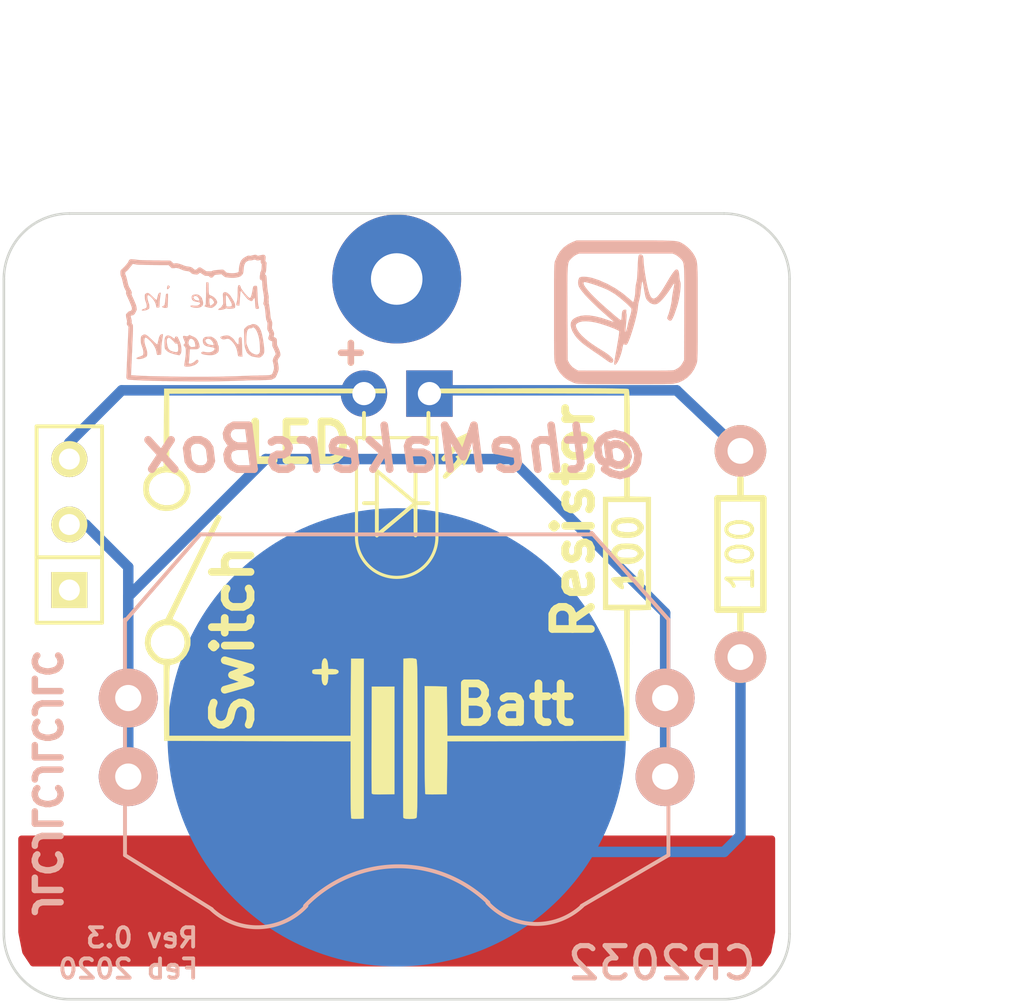
<source format=kicad_pcb>
(kicad_pcb (version 4) (host pcbnew 4.0.6)

  (general
    (links 7)
    (no_connects 0)
    (area 159.969999 72.339999 190.550001 102.920001)
    (thickness 1.6)
    (drawings 21)
    (tracks 22)
    (zones 0)
    (modules 9)
    (nets 6)
  )

  (page USLetter)
  (layers
    (0 F.Cu signal)
    (31 B.Cu signal)
    (34 B.Paste user)
    (35 F.Paste user)
    (36 B.SilkS user)
    (37 F.SilkS user)
    (38 B.Mask user)
    (39 F.Mask user)
    (40 Dwgs.User user)
    (44 Edge.Cuts user)
    (47 F.CrtYd user)
  )

  (setup
    (last_trace_width 0.1524)
    (user_trace_width 0.254)
    (user_trace_width 0.3048)
    (user_trace_width 0.4064)
    (user_trace_width 0.6096)
    (user_trace_width 2.032)
    (trace_clearance 0.1524)
    (zone_clearance 0.508)
    (zone_45_only no)
    (trace_min 0.1524)
    (segment_width 0.254)
    (edge_width 0.1)
    (via_size 0.6858)
    (via_drill 0.3302)
    (via_min_size 0.6858)
    (via_min_drill 0.3302)
    (user_via 1 0.5)
    (uvia_size 0.762)
    (uvia_drill 0.508)
    (uvias_allowed no)
    (uvia_min_size 0.508)
    (uvia_min_drill 0.127)
    (pcb_text_width 0.3)
    (pcb_text_size 1.5 1.5)
    (mod_edge_width 0.15)
    (mod_text_size 1 1)
    (mod_text_width 0.15)
    (pad_size 5 5)
    (pad_drill 2)
    (pad_to_mask_clearance 0)
    (aux_axis_origin 0 0)
    (grid_origin 210.82 95.25)
    (visible_elements 7FFCFFFF)
    (pcbplotparams
      (layerselection 0x010f0_80000001)
      (usegerberextensions true)
      (excludeedgelayer true)
      (linewidth 0.100000)
      (plotframeref false)
      (viasonmask false)
      (mode 1)
      (useauxorigin false)
      (hpglpennumber 1)
      (hpglpenspeed 20)
      (hpglpendiameter 15)
      (hpglpenoverlay 2)
      (psnegative false)
      (psa4output false)
      (plotreference true)
      (plotvalue true)
      (plotinvisibletext false)
      (padsonsilk false)
      (subtractmaskfromsilk false)
      (outputformat 1)
      (mirror false)
      (drillshape 0)
      (scaleselection 1)
      (outputdirectory gerbers/))
  )

  (net 0 "")
  (net 1 "Net-(BT1-Pad1)")
  (net 2 "Net-(D1-Pad1)")
  (net 3 "Net-(D1-Pad2)")
  (net 4 "Net-(BT1-Pad2)")
  (net 5 "Net-(SW1-Pad1)")

  (net_class Default "This is the default net class."
    (clearance 0.1524)
    (trace_width 0.1524)
    (via_dia 0.6858)
    (via_drill 0.3302)
    (uvia_dia 0.762)
    (uvia_drill 0.508)
    (add_net "Net-(BT1-Pad1)")
    (add_net "Net-(BT1-Pad2)")
    (add_net "Net-(D1-Pad1)")
    (add_net "Net-(D1-Pad2)")
    (add_net "Net-(SW1-Pad1)")
  )

  (module LEDs:LED_D3.0mm_Horizontal_O1.27mm_Z2.0mm (layer F.Cu) (tedit 5E45F7C7) (tstamp 5A813C26)
    (at 173.99 79.375)
    (descr "LED, diameter 3.0mm z-position of LED center 2.0mm, 2 pins")
    (tags "LED diameter 3.0mm z-position of LED center 2.0mm 2 pins")
    (path /593766DF)
    (fp_text reference D1 (at 1.27 -1.96) (layer F.SilkS) hide
      (effects (font (size 1 1) (thickness 0.15)))
    )
    (fp_text value LED (at 1.27 7.63) (layer F.Fab)
      (effects (font (size 1 1) (thickness 0.15)))
    )
    (fp_line (start 0.5 4.25) (end 0 4.25) (layer F.SilkS) (width 0.15))
    (fp_line (start 2 3) (end 2 5.5) (layer F.SilkS) (width 0.15))
    (fp_line (start 0.5 5.5) (end 2 4.25) (layer F.SilkS) (width 0.15))
    (fp_line (start 2 4.25) (end 0.5 3) (layer F.SilkS) (width 0.15))
    (fp_line (start 0.5 3) (end 0.5 5.5) (layer F.SilkS) (width 0.15))
    (fp_line (start 2 4.25) (end 2.5 4.25) (layer F.SilkS) (width 0.15))
    (fp_line (start 2.5 1.75) (end 2.5 0.75) (layer F.SilkS) (width 0.15))
    (fp_line (start 0 1.75) (end 0 0.75) (layer F.SilkS) (width 0.15))
    (fp_arc (start 1.27 5.57) (end -0.23 5.57) (angle -180) (layer F.Fab) (width 0.1))
    (fp_arc (start 1.27 5.57) (end -0.29 5.57) (angle -180) (layer F.SilkS) (width 0.12))
    (fp_line (start -0.23 1.77) (end -0.23 5.57) (layer F.Fab) (width 0.1))
    (fp_line (start 2.77 1.77) (end 2.77 5.57) (layer F.Fab) (width 0.1))
    (fp_line (start -0.23 1.77) (end 2.77 1.77) (layer F.Fab) (width 0.1))
    (fp_line (start 2.77 2.77) (end 2.77 1.77) (layer F.Fab) (width 0.1))
    (fp_line (start 0 1.77) (end 0 1.77) (layer F.Fab) (width 0.1))
    (fp_line (start 0 0) (end 0 0) (layer F.Fab) (width 0.1))
    (fp_line (start 2.54 1.77) (end 2.54 1.77) (layer F.Fab) (width 0.1))
    (fp_line (start 2.54 0) (end 2.54 0) (layer F.Fab) (width 0.1))
    (fp_line (start -0.29 1.71) (end -0.29 5.57) (layer F.SilkS) (width 0.12))
    (fp_line (start 2.83 1.71) (end 2.83 5.57) (layer F.SilkS) (width 0.12))
    (fp_line (start -0.29 1.71) (end 2.83 1.71) (layer F.SilkS) (width 0.12))
    (fp_line (start 2.83 2.83) (end 2.83 1.71) (layer F.SilkS) (width 0.12))
    (fp_line (start 0 1.71) (end 0 1.71) (layer F.SilkS) (width 0.12))
    (fp_line (start 2.54 1.71) (end 2.54 1.71) (layer F.SilkS) (width 0.12))
    (fp_line (start -1.25 -1.25) (end -1.25 6.9) (layer F.CrtYd) (width 0.05))
    (fp_line (start -1.25 7.4) (end 3.75 7.4) (layer F.CrtYd) (width 0.05))
    (fp_line (start 3.75 6.9) (end 3.75 -1.25) (layer F.CrtYd) (width 0.05))
    (fp_line (start 3.75 -1.25) (end -1.25 -1.25) (layer F.CrtYd) (width 0.05))
    (pad 2 thru_hole circle (at 0 0) (size 1.8 1.8) (drill 0.9) (layers *.Cu *.Mask)
      (net 3 "Net-(D1-Pad2)"))
    (pad 1 thru_hole rect (at 2.54 0) (size 1.8 1.8) (drill 0.9) (layers *.Cu *.Mask)
      (net 2 "Net-(D1-Pad1)"))
    (model ${KISYS3DMOD}/LEDs.3dshapes/LED_D3.0mm_Horizontal_O1.27mm_Z2.0mm.wrl
      (at (xyz 0 0 0))
      (scale (xyz 0.393701 0.393701 0.393701))
      (rotate (xyz 0 0 0))
    )
  )

  (module footprints:Resistor_Horz (layer F.Cu) (tedit 5AA1ED04) (tstamp 5A813C37)
    (at 188.595 85.598 270)
    (descr "Resistor, Axial,  RM 10mm, 1/3W,")
    (tags "Resistor, Axial, RM 10mm, 1/3W,")
    (path /59376ABD)
    (fp_text reference R1 (at 0 2.54 360) (layer F.SilkS) hide
      (effects (font (size 1 1) (thickness 0.15)))
    )
    (fp_text value 100 (at 0 0 270) (layer F.SilkS)
      (effects (font (size 1 1) (thickness 0.15)))
    )
    (fp_line (start 2.159 0.889) (end 2.159 -0.889) (layer F.SilkS) (width 0.254))
    (fp_line (start 2.159 -0.889) (end -2.159 -0.889) (layer F.SilkS) (width 0.254))
    (fp_line (start -2.159 0.889) (end 2.159 0.889) (layer F.SilkS) (width 0.254))
    (fp_line (start -2.159 0) (end -2.921 0) (layer F.SilkS) (width 0.254))
    (fp_line (start 2.159 0) (end 2.921 0) (layer F.SilkS) (width 0.254))
    (fp_line (start -2.159 0.889) (end -2.159 -0.889) (layer F.SilkS) (width 0.254))
    (pad 1 thru_hole circle (at -4 0 270) (size 1.99898 1.99898) (drill 1.00076) (layers *.Cu *.SilkS *.Mask)
      (net 2 "Net-(D1-Pad1)"))
    (pad 2 thru_hole circle (at 4 0 270) (size 1.99898 1.99898) (drill 1.00076) (layers *.Cu *.SilkS *.Mask)
      (net 4 "Net-(BT1-Pad2)"))
  )

  (module Pin_Headers:Pin_Header_Straight_1x01_Pitch2.54mm (layer F.Cu) (tedit 5E45F399) (tstamp 5A812002)
    (at 175.26 74.93)
    (descr "Through hole straight pin header, 1x01, 2.54mm pitch, single row")
    (tags "Through hole pin header THT 1x01 2.54mm single row")
    (fp_text reference REF** (at 0 -2.33) (layer F.SilkS) hide
      (effects (font (size 1 1) (thickness 0.15)))
    )
    (fp_text value Pin_Header_Straight_1x01_Pitch2.54mm (at 0 1) (layer F.Fab) hide
      (effects (font (size 0.127 0.127) (thickness 0.03175)))
    )
    (fp_line (start -0.635 -1.27) (end 1.27 -1.27) (layer F.Fab) (width 0.1))
    (fp_line (start 1.27 -1.27) (end 1.27 1.27) (layer F.Fab) (width 0.1))
    (fp_line (start 1.27 1.27) (end -1.27 1.27) (layer F.Fab) (width 0.1))
    (fp_line (start -1.27 1.27) (end -1.27 -0.635) (layer F.Fab) (width 0.1))
    (fp_line (start -1.27 -0.635) (end -0.635 -1.27) (layer F.Fab) (width 0.1))
    (fp_line (start -1.8 -1.8) (end -1.8 1.8) (layer F.CrtYd) (width 0.05))
    (fp_line (start -1.8 1.8) (end 1.8 1.8) (layer F.CrtYd) (width 0.05))
    (fp_line (start 1.8 1.8) (end 1.8 -1.8) (layer F.CrtYd) (width 0.05))
    (fp_line (start 1.8 -1.8) (end -1.8 -1.8) (layer F.CrtYd) (width 0.05))
    (pad 1 thru_hole circle (at 0 0) (size 5 5) (drill 2) (layers *.Cu *.Mask))
  )

  (module myFootPrints:MadeInOregonRev25 (layer F.Cu) (tedit 0) (tstamp 5A8109E1)
    (at 167.64 76.454)
    (fp_text reference VAL (at 0 0) (layer F.SilkS) hide
      (effects (font (size 1.143 1.143) (thickness 0.1778)))
    )
    (fp_text value MadeInOregonRev25 (at 0 0) (layer F.SilkS) hide
      (effects (font (size 1.143 1.143) (thickness 0.1778)))
    )
    (fp_poly (pts (xy -3.09626 -1.76022) (xy -3.09626 -1.72212) (xy -3.09372 -1.69672) (xy -3.09118 -1.67386)
      (xy -3.0861 -1.65608) (xy -3.07594 -1.63576) (xy -3.0734 -1.62814) (xy -3.0607 -1.6002)
      (xy -3.05054 -1.5748) (xy -3.04038 -1.54432) (xy -3.03022 -1.50876) (xy -3.02006 -1.46304)
      (xy -3.00736 -1.4097) (xy -3.00228 -1.39192) (xy -2.98704 -1.31826) (xy -2.96926 -1.2573)
      (xy -2.95402 -1.20396) (xy -2.9337 -1.15824) (xy -2.91338 -1.1176) (xy -2.91338 -1.74752)
      (xy -2.91338 -1.76276) (xy -2.91084 -1.77546) (xy -2.90322 -1.78816) (xy -2.89052 -1.8034)
      (xy -2.86766 -1.82118) (xy -2.8575 -1.83134) (xy -2.82956 -1.8542) (xy -2.80416 -1.8796)
      (xy -2.78638 -1.90246) (xy -2.77876 -1.91008) (xy -2.76606 -1.92786) (xy -2.74574 -1.95326)
      (xy -2.72034 -1.98374) (xy -2.69494 -2.01422) (xy -2.6924 -2.01676) (xy -2.66954 -2.0447)
      (xy -2.64922 -2.0701) (xy -2.63652 -2.08788) (xy -2.6289 -2.09804) (xy -2.6289 -2.10058)
      (xy -2.62382 -2.10566) (xy -2.60604 -2.10566) (xy -2.58064 -2.10566) (xy -2.55016 -2.10058)
      (xy -2.51968 -2.0955) (xy -2.50952 -2.09296) (xy -2.49682 -2.09042) (xy -2.48412 -2.08534)
      (xy -2.46888 -2.08534) (xy -2.4511 -2.0828) (xy -2.4257 -2.08026) (xy -2.39268 -2.07772)
      (xy -2.35458 -2.07772) (xy -2.30632 -2.07518) (xy -2.2479 -2.07518) (xy -2.17678 -2.07264)
      (xy -2.09296 -2.0701) (xy -2.03962 -2.0701) (xy -1.95326 -2.06756) (xy -1.8669 -2.06756)
      (xy -1.78054 -2.06502) (xy -1.69672 -2.06502) (xy -1.61798 -2.06248) (xy -1.54686 -2.06248)
      (xy -1.48336 -2.06248) (xy -1.4351 -2.06248) (xy -1.4224 -2.06248) (xy -1.22936 -2.06248)
      (xy -1.1684 -2.00152) (xy -1.10744 -1.9431) (xy -1.0668 -1.9431) (xy -1.03886 -1.9431)
      (xy -1.0033 -1.94564) (xy -0.97536 -1.95072) (xy -0.94234 -1.95326) (xy -0.91186 -1.95072)
      (xy -0.87884 -1.94564) (xy -0.8382 -1.93548) (xy -0.79248 -1.9177) (xy -0.7366 -1.89484)
      (xy -0.72136 -1.88976) (xy -0.67818 -1.86944) (xy -0.64516 -1.85674) (xy -0.61722 -1.84912)
      (xy -0.59182 -1.84404) (xy -0.56388 -1.83896) (xy -0.5461 -1.83642) (xy -0.50038 -1.83134)
      (xy -0.46482 -1.82626) (xy -0.43688 -1.81864) (xy -0.41656 -1.80848) (xy -0.39624 -1.79578)
      (xy -0.37592 -1.77546) (xy -0.37338 -1.77292) (xy -0.35052 -1.7526) (xy -0.32512 -1.73482)
      (xy -0.30734 -1.72212) (xy -0.30734 -1.72212) (xy -0.28702 -1.71704) (xy -0.25654 -1.71196)
      (xy -0.22098 -1.70434) (xy -0.18288 -1.7018) (xy -0.14986 -1.69672) (xy -0.12446 -1.69672)
      (xy -0.10922 -1.69926) (xy -0.09652 -1.70688) (xy -0.07366 -1.71958) (xy -0.05334 -1.73736)
      (xy -0.03048 -1.75768) (xy -0.01524 -1.7653) (xy -0.00508 -1.76784) (xy 0 -1.7653)
      (xy 0.01016 -1.75768) (xy 0.03048 -1.74498) (xy 0.05842 -1.7272) (xy 0.0889 -1.70688)
      (xy 0.09652 -1.7018) (xy 0.18288 -1.64846) (xy 0.25908 -1.64592) (xy 0.29464 -1.64338)
      (xy 0.3175 -1.64084) (xy 0.3302 -1.6383) (xy 0.34036 -1.63322) (xy 0.34544 -1.6256)
      (xy 0.34798 -1.62052) (xy 0.3683 -1.59766) (xy 0.39624 -1.58242) (xy 0.42672 -1.5748)
      (xy 0.4318 -1.5748) (xy 0.45974 -1.58242) (xy 0.48768 -1.6002) (xy 0.51562 -1.63068)
      (xy 0.52578 -1.64338) (xy 0.53848 -1.65608) (xy 0.5461 -1.66624) (xy 0.55626 -1.67386)
      (xy 0.56896 -1.68148) (xy 0.58928 -1.68402) (xy 0.61468 -1.6891) (xy 0.65278 -1.69418)
      (xy 0.70104 -1.69672) (xy 0.71628 -1.69926) (xy 0.8255 -1.70942) (xy 0.85598 -1.68148)
      (xy 0.89154 -1.64846) (xy 0.9271 -1.62306) (xy 0.95758 -1.60274) (xy 0.96774 -1.59766)
      (xy 0.9906 -1.59258) (xy 1.02362 -1.5875) (xy 1.0668 -1.58242) (xy 1.11252 -1.57734)
      (xy 1.16332 -1.57226) (xy 1.21158 -1.56972) (xy 1.2573 -1.56972) (xy 1.25984 -1.56972)
      (xy 1.3081 -1.56972) (xy 1.35128 -1.5748) (xy 1.39446 -1.57988) (xy 1.44272 -1.59004)
      (xy 1.48844 -1.6002) (xy 1.52146 -1.61036) (xy 1.54686 -1.62306) (xy 1.56972 -1.63576)
      (xy 1.59258 -1.65608) (xy 1.61798 -1.68148) (xy 1.63576 -1.7018) (xy 1.651 -1.72212)
      (xy 1.65862 -1.74498) (xy 1.66624 -1.77292) (xy 1.67386 -1.80848) (xy 1.6764 -1.85166)
      (xy 1.68148 -1.90246) (xy 1.6891 -1.9812) (xy 1.7018 -2.04978) (xy 1.72212 -2.10566)
      (xy 1.74752 -2.15138) (xy 1.75006 -2.15646) (xy 1.77546 -2.18186) (xy 1.81356 -2.2098)
      (xy 1.82626 -2.21742) (xy 1.8542 -2.23012) (xy 1.87706 -2.24028) (xy 1.89484 -2.24282)
      (xy 1.9177 -2.24282) (xy 1.92024 -2.24282) (xy 1.95834 -2.24282) (xy 2.00152 -2.25044)
      (xy 2.032 -2.25806) (xy 2.0701 -2.27076) (xy 2.09804 -2.27584) (xy 2.11582 -2.27838)
      (xy 2.13106 -2.2733) (xy 2.1463 -2.26822) (xy 2.15392 -2.26314) (xy 2.1844 -2.2479)
      (xy 2.22758 -2.24282) (xy 2.27584 -2.2479) (xy 2.29108 -2.25298) (xy 2.31394 -2.25806)
      (xy 2.33426 -2.26314) (xy 2.34188 -2.26314) (xy 2.34188 -2.25806) (xy 2.34442 -2.23774)
      (xy 2.34442 -2.21488) (xy 2.34442 -2.21234) (xy 2.34442 -2.1844) (xy 2.34696 -2.16408)
      (xy 2.35204 -2.1463) (xy 2.36474 -2.12852) (xy 2.3876 -2.0955) (xy 2.37998 -1.97612)
      (xy 2.37744 -1.9304) (xy 2.37236 -1.89738) (xy 2.36982 -1.87198) (xy 2.36474 -1.8542)
      (xy 2.35966 -1.83896) (xy 2.35204 -1.82372) (xy 2.34696 -1.8161) (xy 2.33172 -1.78562)
      (xy 2.3241 -1.75768) (xy 2.3241 -1.73736) (xy 2.32156 -1.70942) (xy 2.31902 -1.68656)
      (xy 2.31648 -1.67894) (xy 2.31394 -1.66116) (xy 2.30886 -1.63576) (xy 2.30886 -1.60274)
      (xy 2.30886 -1.59004) (xy 2.30886 -1.55702) (xy 2.30886 -1.5367) (xy 2.31394 -1.52146)
      (xy 2.32156 -1.5113) (xy 2.33172 -1.4986) (xy 2.33426 -1.49606) (xy 2.35458 -1.48082)
      (xy 2.3749 -1.4732) (xy 2.37744 -1.47066) (xy 2.3876 -1.47066) (xy 2.39268 -1.46558)
      (xy 2.39776 -1.45034) (xy 2.4003 -1.42494) (xy 2.40284 -1.39192) (xy 2.40538 -1.35382)
      (xy 2.40538 -1.33096) (xy 2.40792 -1.28778) (xy 2.413 -1.2319) (xy 2.42062 -1.16078)
      (xy 2.43332 -1.07442) (xy 2.4511 -0.97536) (xy 2.4511 -0.96774) (xy 2.45872 -0.92456)
      (xy 2.4638 -0.88392) (xy 2.46888 -0.85344) (xy 2.47142 -0.83058) (xy 2.47396 -0.82296)
      (xy 2.47396 -0.81026) (xy 2.47142 -0.7874) (xy 2.47142 -0.75692) (xy 2.46888 -0.72644)
      (xy 2.46888 -0.69342) (xy 2.46634 -0.66294) (xy 2.4638 -0.64262) (xy 2.46126 -0.635)
      (xy 2.4511 -0.6096) (xy 2.44856 -0.57912) (xy 2.4511 -0.54864) (xy 2.46126 -0.52324)
      (xy 2.4765 -0.51054) (xy 2.48412 -0.49784) (xy 2.49174 -0.47244) (xy 2.5019 -0.4318)
      (xy 2.50952 -0.37592) (xy 2.51968 -0.30734) (xy 2.5273 -0.2286) (xy 2.53238 -0.16764)
      (xy 2.53746 -0.1143) (xy 2.54254 -0.0635) (xy 2.54762 -0.02032) (xy 2.5527 0.01524)
      (xy 2.55524 0.04064) (xy 2.55778 0.05334) (xy 2.56794 0.07366) (xy 2.5781 0.1016)
      (xy 2.58826 0.127) (xy 2.59588 0.14732) (xy 2.6035 0.16256) (xy 2.60604 0.18034)
      (xy 2.60858 0.20066) (xy 2.60858 0.22606) (xy 2.60604 0.25908) (xy 2.6035 0.3048)
      (xy 2.6035 0.32512) (xy 2.60096 0.37084) (xy 2.60096 0.4064) (xy 2.60604 0.43434)
      (xy 2.61366 0.45974) (xy 2.62636 0.48768) (xy 2.64668 0.5207) (xy 2.66446 0.5588)
      (xy 2.67462 0.58674) (xy 2.6797 0.61468) (xy 2.67462 0.64262) (xy 2.66446 0.68072)
      (xy 2.65938 0.69088) (xy 2.64668 0.72898) (xy 2.63906 0.75946) (xy 2.63906 0.77978)
      (xy 2.6416 0.79756) (xy 2.64922 0.8128) (xy 2.64922 0.81534) (xy 2.66446 0.83058)
      (xy 2.68986 0.84836) (xy 2.72034 0.86614) (xy 2.75336 0.87884) (xy 2.77368 0.88646)
      (xy 2.794 0.89154) (xy 2.794 0.98044) (xy 2.794 1.07188) (xy 2.82448 1.13538)
      (xy 2.8575 1.20396) (xy 2.8829 1.26238) (xy 2.90322 1.31064) (xy 2.91592 1.3462)
      (xy 2.921 1.36652) (xy 2.92354 1.3843) (xy 2.92354 1.39954) (xy 2.91592 1.41478)
      (xy 2.90068 1.4351) (xy 2.90068 1.43764) (xy 2.87274 1.47828) (xy 2.84988 1.51638)
      (xy 2.8321 1.5621) (xy 2.82448 1.59004) (xy 2.80924 1.64338) (xy 2.8321 1.74244)
      (xy 2.84734 1.80848) (xy 2.85496 1.86182) (xy 2.86004 1.90754) (xy 2.86004 1.94818)
      (xy 2.85242 1.98628) (xy 2.84226 2.02438) (xy 2.84226 2.02438) (xy 2.82702 2.06756)
      (xy 2.81432 2.10566) (xy 2.79908 2.13868) (xy 2.78892 2.16154) (xy 2.77876 2.1717)
      (xy 2.77876 2.17424) (xy 2.7686 2.17678) (xy 2.74828 2.1844) (xy 2.74066 2.18948)
      (xy 2.7178 2.1971) (xy 2.68224 2.20472) (xy 2.63398 2.2098) (xy 2.57302 2.21234)
      (xy 2.49682 2.21488) (xy 2.40792 2.21742) (xy 2.30632 2.21742) (xy 2.29616 2.21742)
      (xy 2.24028 2.21996) (xy 2.17424 2.21996) (xy 2.10058 2.2225) (xy 2.02184 2.2225)
      (xy 1.9431 2.22504) (xy 1.86944 2.23012) (xy 1.84912 2.23012) (xy 1.6129 2.23774)
      (xy 1.38684 2.2479) (xy 1.16332 2.25298) (xy 0.9398 2.25806) (xy 0.71882 2.26314)
      (xy 0.4953 2.26568) (xy 0.26924 2.26822) (xy 0.03556 2.26822) (xy -0.2032 2.26822)
      (xy -0.45466 2.26822) (xy -0.71628 2.26568) (xy -0.84836 2.26314) (xy -1.03378 2.2606)
      (xy -1.20396 2.25806) (xy -1.36144 2.25552) (xy -1.50622 2.25298) (xy -1.64084 2.25044)
      (xy -1.7653 2.2479) (xy -1.88214 2.24536) (xy -1.98882 2.24282) (xy -2.08788 2.23774)
      (xy -2.17932 2.2352) (xy -2.26822 2.23266) (xy -2.35204 2.22758) (xy -2.39776 2.22504)
      (xy -2.46126 2.2225) (xy -2.51968 2.21742) (xy -2.57302 2.21488) (xy -2.61874 2.21234)
      (xy -2.65176 2.2098) (xy -2.67462 2.2098) (xy -2.68732 2.2098) (xy -2.68732 2.2098)
      (xy -2.68732 2.20218) (xy -2.68478 2.17932) (xy -2.68478 2.1463) (xy -2.68224 2.09804)
      (xy -2.6797 2.03962) (xy -2.67716 1.97104) (xy -2.67208 1.8923) (xy -2.66954 1.80594)
      (xy -2.66446 1.70942) (xy -2.65938 1.60782) (xy -2.65684 1.50114) (xy -2.65176 1.38684)
      (xy -2.64414 1.27) (xy -2.64414 1.25476) (xy -2.63906 1.11506) (xy -2.63398 0.98806)
      (xy -2.6289 0.87376) (xy -2.62382 0.77216) (xy -2.61874 0.68326) (xy -2.6162 0.60452)
      (xy -2.61366 0.53848) (xy -2.61112 0.47752) (xy -2.61112 0.42926) (xy -2.61112 0.38608)
      (xy -2.61112 0.35306) (xy -2.61112 0.32258) (xy -2.61112 0.29972) (xy -2.61366 0.28194)
      (xy -2.6162 0.2667) (xy -2.61874 0.25654) (xy -2.62128 0.24638) (xy -2.62636 0.23876)
      (xy -2.63144 0.23368) (xy -2.63652 0.22606) (xy -2.6416 0.21844) (xy -2.6543 0.2032)
      (xy -2.66192 0.18796) (xy -2.66446 0.17272) (xy -2.66192 0.14732) (xy -2.66192 0.13716)
      (xy -2.66192 0.1016) (xy -2.66446 0.06858) (xy -2.67462 0.02794) (xy -2.67462 0.0254)
      (xy -2.68732 -0.01778) (xy -2.69494 -0.04826) (xy -2.69748 -0.07112) (xy -2.69748 -0.08382)
      (xy -2.69494 -0.09398) (xy -2.68732 -0.09906) (xy -2.68732 -0.1016) (xy -2.66954 -0.10668)
      (xy -2.64668 -0.1143) (xy -2.63652 -0.1143) (xy -2.60858 -0.12192) (xy -2.58572 -0.13208)
      (xy -2.5654 -0.14732) (xy -2.54762 -0.17018) (xy -2.52476 -0.20574) (xy -2.50698 -0.2413)
      (xy -2.4638 -0.3302) (xy -2.47142 -0.40894) (xy -2.4765 -0.43942) (xy -2.48158 -0.46736)
      (xy -2.4892 -0.49276) (xy -2.49682 -0.5207) (xy -2.50952 -0.55626) (xy -2.52984 -0.59944)
      (xy -2.53492 -0.61214) (xy -2.55524 -0.66294) (xy -2.5781 -0.71374) (xy -2.60096 -0.76708)
      (xy -2.62128 -0.8128) (xy -2.63144 -0.83058) (xy -2.64668 -0.86868) (xy -2.65938 -0.89662)
      (xy -2.667 -0.91694) (xy -2.66954 -0.92964) (xy -2.667 -0.9398) (xy -2.667 -0.94996)
      (xy -2.65938 -0.97536) (xy -2.65938 -1.00584) (xy -2.66954 -1.03886) (xy -2.68732 -1.0795)
      (xy -2.71272 -1.12776) (xy -2.71526 -1.1303) (xy -2.73812 -1.17094) (xy -2.75844 -1.2065)
      (xy -2.77368 -1.23698) (xy -2.78384 -1.26746) (xy -2.79654 -1.30048) (xy -2.8067 -1.34112)
      (xy -2.81686 -1.38684) (xy -2.82702 -1.43256) (xy -2.84226 -1.49606) (xy -2.85496 -1.54686)
      (xy -2.86512 -1.5875) (xy -2.87528 -1.62052) (xy -2.88544 -1.64846) (xy -2.89306 -1.67132)
      (xy -2.90068 -1.68148) (xy -2.9083 -1.70942) (xy -2.91338 -1.7399) (xy -2.91338 -1.74752)
      (xy -2.91338 -1.1176) (xy -2.91084 -1.11506) (xy -2.90576 -1.09982) (xy -2.88798 -1.07188)
      (xy -2.87782 -1.04902) (xy -2.87274 -1.03632) (xy -2.87274 -1.02616) (xy -2.87782 -1.016)
      (xy -2.88036 -0.99822) (xy -2.8829 -0.98044) (xy -2.87782 -0.95758) (xy -2.8702 -0.92964)
      (xy -2.85496 -0.89408) (xy -2.83464 -0.84582) (xy -2.8194 -0.81534) (xy -2.78384 -0.73406)
      (xy -2.74828 -0.65786) (xy -2.72034 -0.58928) (xy -2.69494 -0.52832) (xy -2.67462 -0.47752)
      (xy -2.66192 -0.43688) (xy -2.6543 -0.40894) (xy -2.6543 -0.4064) (xy -2.64922 -0.37846)
      (xy -2.65176 -0.36068) (xy -2.65684 -0.34036) (xy -2.66446 -0.32766) (xy -2.67462 -0.30734)
      (xy -2.68732 -0.29464) (xy -2.70256 -0.28702) (xy -2.72542 -0.28194) (xy -2.73812 -0.2794)
      (xy -2.75336 -0.27686) (xy -2.77114 -0.2667) (xy -2.78892 -0.25146) (xy -2.81686 -0.22606)
      (xy -2.82448 -0.2159) (xy -2.84988 -0.1905) (xy -2.86766 -0.17272) (xy -2.87782 -0.16002)
      (xy -2.8829 -0.14732) (xy -2.8829 -0.13208) (xy -2.8829 -0.12192) (xy -2.88036 -0.06858)
      (xy -2.86766 -0.00762) (xy -2.85242 0.05588) (xy -2.8448 0.08382) (xy -2.84226 0.10668)
      (xy -2.84226 0.12954) (xy -2.8448 0.16002) (xy -2.84734 0.1651) (xy -2.84988 0.19812)
      (xy -2.84988 0.22606) (xy -2.84226 0.24892) (xy -2.82448 0.27686) (xy -2.8067 0.29972)
      (xy -2.78384 0.32766) (xy -2.82702 1.3081) (xy -2.8321 1.42748) (xy -2.83718 1.54432)
      (xy -2.84226 1.65608) (xy -2.84734 1.76276) (xy -2.84988 1.86182) (xy -2.85496 1.95326)
      (xy -2.8575 2.03708) (xy -2.86004 2.11074) (xy -2.86258 2.17424) (xy -2.86512 2.22758)
      (xy -2.86512 2.26822) (xy -2.86512 2.29616) (xy -2.86512 2.3114) (xy -2.86512 2.3114)
      (xy -2.85496 2.3368) (xy -2.83464 2.35966) (xy -2.81178 2.3749) (xy -2.8067 2.37744)
      (xy -2.794 2.37998) (xy -2.76606 2.38252) (xy -2.72796 2.38506) (xy -2.6797 2.39014)
      (xy -2.62128 2.39268) (xy -2.55778 2.39776) (xy -2.48412 2.4003) (xy -2.40792 2.40538)
      (xy -2.32664 2.40792) (xy -2.24536 2.413) (xy -2.16154 2.41554) (xy -2.08026 2.41808)
      (xy -1.99898 2.42062) (xy -1.92278 2.42316) (xy -1.85166 2.4257) (xy -1.80848 2.42824)
      (xy -1.74752 2.42824) (xy -1.67386 2.43078) (xy -1.59004 2.43078) (xy -1.4986 2.43332)
      (xy -1.397 2.43586) (xy -1.29032 2.43586) (xy -1.1811 2.4384) (xy -1.0668 2.4384)
      (xy -0.95504 2.44094) (xy -0.84582 2.44348) (xy -0.80264 2.44348) (xy -0.70104 2.44348)
      (xy -0.59944 2.44602) (xy -0.50038 2.44602) (xy -0.40386 2.44856) (xy -0.31496 2.44856)
      (xy -0.23114 2.44856) (xy -0.15748 2.4511) (xy -0.09398 2.4511) (xy -0.04064 2.4511)
      (xy 0 2.4511) (xy 0.02286 2.4511) (xy 0.05842 2.4511) (xy 0.10922 2.4511)
      (xy 0.17018 2.4511) (xy 0.2413 2.4511) (xy 0.3175 2.4511) (xy 0.39878 2.44856)
      (xy 0.4826 2.44856) (xy 0.56642 2.44602) (xy 0.60198 2.44602) (xy 0.75692 2.44348)
      (xy 0.90678 2.4384) (xy 1.0541 2.43586) (xy 1.1938 2.43078) (xy 1.32588 2.42824)
      (xy 1.45034 2.42316) (xy 1.56464 2.42062) (xy 1.66624 2.41808) (xy 1.7526 2.413)
      (xy 1.77038 2.413) (xy 1.82626 2.41046) (xy 1.8923 2.40792) (xy 1.96342 2.40792)
      (xy 2.03454 2.40538) (xy 2.10312 2.40538) (xy 2.12852 2.40538) (xy 2.19456 2.40538)
      (xy 2.26822 2.40284) (xy 2.3495 2.40284) (xy 2.42824 2.39776) (xy 2.50444 2.39522)
      (xy 2.54254 2.39522) (xy 2.75844 2.38252) (xy 2.82956 2.3495) (xy 2.86258 2.33172)
      (xy 2.88798 2.31902) (xy 2.90576 2.30632) (xy 2.91084 2.30124) (xy 2.92608 2.28092)
      (xy 2.94132 2.25044) (xy 2.96164 2.2098) (xy 2.97942 2.16662) (xy 2.9972 2.12344)
      (xy 3.01244 2.08534) (xy 3.02514 2.0447) (xy 3.03276 2.01168) (xy 3.03784 1.98628)
      (xy 3.04038 1.9558) (xy 3.04038 1.93548) (xy 3.0353 1.86182) (xy 3.0226 1.778)
      (xy 3.00736 1.70434) (xy 2.99974 1.66878) (xy 2.99974 1.64084) (xy 3.00736 1.61036)
      (xy 3.0226 1.57734) (xy 3.04546 1.53924) (xy 3.0607 1.52146) (xy 3.08356 1.4859)
      (xy 3.0988 1.4605) (xy 3.10642 1.4351) (xy 3.10896 1.4097) (xy 3.10642 1.37668)
      (xy 3.0988 1.33858) (xy 3.09118 1.3081) (xy 3.07848 1.26746) (xy 3.0607 1.22174)
      (xy 3.04038 1.1684) (xy 3.01498 1.1176) (xy 2.99466 1.07442) (xy 2.98704 1.05664)
      (xy 2.97942 1.0414) (xy 2.97688 1.02362) (xy 2.97434 1.0033) (xy 2.97434 0.97282)
      (xy 2.97434 0.93218) (xy 2.97434 0.9271) (xy 2.9718 0.87884) (xy 2.96926 0.8382)
      (xy 2.96418 0.81026) (xy 2.95148 0.7874) (xy 2.9337 0.76708) (xy 2.90576 0.7493)
      (xy 2.86766 0.72898) (xy 2.84734 0.71882) (xy 2.84734 0.7112) (xy 2.84988 0.69342)
      (xy 2.85496 0.66802) (xy 2.8575 0.6604) (xy 2.86258 0.61468) (xy 2.86258 0.5842)
      (xy 2.86258 0.57658) (xy 2.84988 0.5334) (xy 2.82956 0.48768) (xy 2.8067 0.44196)
      (xy 2.79908 0.42926) (xy 2.79146 0.41656) (xy 2.78638 0.40386) (xy 2.7813 0.38862)
      (xy 2.7813 0.37084) (xy 2.7813 0.34798) (xy 2.7813 0.3175) (xy 2.78638 0.27432)
      (xy 2.79146 0.22098) (xy 2.79146 0.21844) (xy 2.79146 0.19304) (xy 2.79146 0.16764)
      (xy 2.78384 0.1397) (xy 2.77622 0.11176) (xy 2.76352 0.07874) (xy 2.75336 0.04826)
      (xy 2.7432 0.0254) (xy 2.74066 0.02032) (xy 2.73558 0.00762) (xy 2.7305 -0.0127)
      (xy 2.72796 -0.04064) (xy 2.72288 -0.07874) (xy 2.7178 -0.12954) (xy 2.71272 -0.1905)
      (xy 2.7051 -0.25908) (xy 2.69748 -0.32512) (xy 2.68986 -0.38862) (xy 2.6797 -0.44958)
      (xy 2.67208 -0.50292) (xy 2.66446 -0.5461) (xy 2.6543 -0.57658) (xy 2.65176 -0.58674)
      (xy 2.65176 -0.60452) (xy 2.6543 -0.6223) (xy 2.65684 -0.6477) (xy 2.65176 -0.68326)
      (xy 2.65176 -0.68326) (xy 2.64668 -0.71628) (xy 2.64922 -0.75184) (xy 2.65176 -0.76962)
      (xy 2.6543 -0.79248) (xy 2.65684 -0.8128) (xy 2.6543 -0.83566) (xy 2.65176 -0.8636)
      (xy 2.64414 -0.90424) (xy 2.6416 -0.91948) (xy 2.62382 -1.01346) (xy 2.61112 -1.09982)
      (xy 2.60096 -1.1811) (xy 2.59334 -1.26238) (xy 2.58572 -1.35128) (xy 2.58064 -1.42748)
      (xy 2.5781 -1.49352) (xy 2.57302 -1.54432) (xy 2.57048 -1.58496) (xy 2.5654 -1.61544)
      (xy 2.56286 -1.6383) (xy 2.55524 -1.65608) (xy 2.54762 -1.66878) (xy 2.53746 -1.6764)
      (xy 2.52984 -1.68402) (xy 2.51714 -1.69418) (xy 2.51206 -1.70688) (xy 2.5146 -1.72466)
      (xy 2.52222 -1.75006) (xy 2.53238 -1.77546) (xy 2.53238 -1.77546) (xy 2.54 -1.78816)
      (xy 2.54254 -1.79832) (xy 2.54762 -1.81102) (xy 2.55016 -1.8288) (xy 2.5527 -1.85166)
      (xy 2.55524 -1.88214) (xy 2.55778 -1.92532) (xy 2.56286 -1.97866) (xy 2.56286 -2.0066)
      (xy 2.57302 -2.159) (xy 2.54762 -2.18948) (xy 2.52222 -2.21996) (xy 2.52984 -2.29616)
      (xy 2.53238 -2.34442) (xy 2.53238 -2.37998) (xy 2.52984 -2.40538) (xy 2.51968 -2.4257)
      (xy 2.50698 -2.44094) (xy 2.50444 -2.44348) (xy 2.4892 -2.45618) (xy 2.47142 -2.46126)
      (xy 2.44856 -2.4638) (xy 2.42062 -2.4638) (xy 2.38252 -2.45618) (xy 2.33172 -2.44602)
      (xy 2.32664 -2.44348) (xy 2.2352 -2.42316) (xy 2.19964 -2.44348) (xy 2.17424 -2.45618)
      (xy 2.15138 -2.4638) (xy 2.12344 -2.4638) (xy 2.09296 -2.45872) (xy 2.04978 -2.4511)
      (xy 2.0193 -2.44348) (xy 1.98374 -2.43332) (xy 1.9558 -2.4257) (xy 1.93802 -2.42316)
      (xy 1.92024 -2.4257) (xy 1.90754 -2.42824) (xy 1.88722 -2.43078) (xy 1.86944 -2.43078)
      (xy 1.84912 -2.42824) (xy 1.82372 -2.41808) (xy 1.79324 -2.40284) (xy 1.76022 -2.38506)
      (xy 1.71958 -2.3622) (xy 1.6891 -2.34442) (xy 1.66624 -2.32664) (xy 1.64846 -2.3114)
      (xy 1.63068 -2.29362) (xy 1.6129 -2.27076) (xy 1.59258 -2.2479) (xy 1.57734 -2.22504)
      (xy 1.56718 -2.20472) (xy 1.55702 -2.17932) (xy 1.54432 -2.1463) (xy 1.53162 -2.10312)
      (xy 1.52908 -2.09296) (xy 1.51638 -2.0447) (xy 1.50876 -2.00406) (xy 1.50368 -1.96596)
      (xy 1.4986 -1.92278) (xy 1.4986 -1.90754) (xy 1.49606 -1.86182) (xy 1.49352 -1.8288)
      (xy 1.4859 -1.80594) (xy 1.4732 -1.7907) (xy 1.45288 -1.778) (xy 1.4224 -1.77038)
      (xy 1.39446 -1.76276) (xy 1.3335 -1.7526) (xy 1.26238 -1.74752) (xy 1.18364 -1.75006)
      (xy 1.10998 -1.75768) (xy 1.03124 -1.7653) (xy 0.9652 -1.82372) (xy 0.9398 -1.84912)
      (xy 0.9144 -1.8669) (xy 0.89408 -1.88214) (xy 0.88392 -1.88722) (xy 0.86868 -1.88722)
      (xy 0.84328 -1.88722) (xy 0.80518 -1.88722) (xy 0.762 -1.88214) (xy 0.7112 -1.8796)
      (xy 0.6604 -1.87452) (xy 0.6096 -1.86944) (xy 0.56642 -1.86436) (xy 0.52324 -1.85674)
      (xy 0.49276 -1.85166) (xy 0.47244 -1.8415) (xy 0.45974 -1.83642) (xy 0.44958 -1.8288)
      (xy 0.43942 -1.82372) (xy 0.42418 -1.82118) (xy 0.40386 -1.82118) (xy 0.37592 -1.82118)
      (xy 0.33782 -1.82118) (xy 0.23622 -1.82372) (xy 0.13208 -1.8923) (xy 0.09398 -1.9177)
      (xy 0.06096 -1.93802) (xy 0.03302 -1.9558) (xy 0.0127 -1.96596) (xy 0.00508 -1.97104)
      (xy -0.02286 -1.97866) (xy -0.04826 -1.97358) (xy -0.07874 -1.95834) (xy -0.1143 -1.92786)
      (xy -0.11684 -1.92532) (xy -0.1397 -1.905) (xy -0.15748 -1.8923) (xy -0.17272 -1.88468)
      (xy -0.18796 -1.88214) (xy -0.19304 -1.88214) (xy -0.21082 -1.88468) (xy -0.22352 -1.88722)
      (xy -0.2413 -1.89992) (xy -0.26162 -1.9177) (xy -0.27178 -1.92786) (xy -0.30226 -1.95326)
      (xy -0.33528 -1.97358) (xy -0.37338 -1.98882) (xy -0.41656 -1.99898) (xy -0.47244 -2.00914)
      (xy -0.50038 -2.01168) (xy -0.53848 -2.01676) (xy -0.56896 -2.02438) (xy -0.59944 -2.03454)
      (xy -0.635 -2.04724) (xy -0.66548 -2.05994) (xy -0.70866 -2.07772) (xy -0.75692 -2.0955)
      (xy -0.80264 -2.11074) (xy -0.83058 -2.11836) (xy -0.86868 -2.12598) (xy -0.89662 -2.1336)
      (xy -0.91948 -2.1336) (xy -0.94234 -2.1336) (xy -0.97282 -2.13106) (xy -1.03378 -2.12344)
      (xy -1.0922 -2.17678) (xy -1.12776 -2.2098) (xy -1.1557 -2.23012) (xy -1.17348 -2.2352)
      (xy -1.18618 -2.23774) (xy -1.21412 -2.23774) (xy -1.24968 -2.24028) (xy -1.2954 -2.24028)
      (xy -1.3462 -2.24028) (xy -1.40208 -2.24028) (xy -1.40462 -2.24028) (xy -1.48844 -2.24028)
      (xy -1.57734 -2.24282) (xy -1.66878 -2.24282) (xy -1.76022 -2.24282) (xy -1.85166 -2.24536)
      (xy -1.94056 -2.2479) (xy -2.02438 -2.2479) (xy -2.10566 -2.25044) (xy -2.18186 -2.25298)
      (xy -2.25044 -2.25552) (xy -2.30886 -2.25806) (xy -2.35966 -2.2606) (xy -2.39776 -2.26314)
      (xy -2.42316 -2.26568) (xy -2.43586 -2.26822) (xy -2.45364 -2.27076) (xy -2.48666 -2.27584)
      (xy -2.52476 -2.28092) (xy -2.5654 -2.28346) (xy -2.58572 -2.286) (xy -2.63144 -2.28854)
      (xy -2.66446 -2.29108) (xy -2.68732 -2.29108) (xy -2.7051 -2.29108) (xy -2.7178 -2.28854)
      (xy -2.72796 -2.28346) (xy -2.7305 -2.28092) (xy -2.7559 -2.2606) (xy -2.77876 -2.22758)
      (xy -2.78892 -2.19202) (xy -2.79654 -2.17678) (xy -2.81178 -2.15392) (xy -2.8321 -2.13106)
      (xy -2.83718 -2.12344) (xy -2.86258 -2.09296) (xy -2.88544 -2.06502) (xy -2.90576 -2.04216)
      (xy -2.9083 -2.03708) (xy -2.92354 -2.0193) (xy -2.94894 -1.9939) (xy -2.97688 -1.96596)
      (xy -3.00482 -1.93802) (xy -3.03276 -1.91262) (xy -3.05816 -1.88976) (xy -3.07594 -1.87198)
      (xy -3.0861 -1.85928) (xy -3.0861 -1.85928) (xy -3.09118 -1.8415) (xy -3.09626 -1.81102)
      (xy -3.09626 -1.77038) (xy -3.09626 -1.76022) (xy -3.09626 -1.76022)) (layer B.SilkS) (width 0.00254))
    (fp_poly (pts (xy -0.67056 0.70358) (xy -0.67056 0.72136) (xy -0.66802 0.72644) (xy -0.66548 0.74676)
      (xy -0.65532 0.7747) (xy -0.64262 0.80772) (xy -0.63246 0.83312) (xy -0.61468 0.8763)
      (xy -0.60198 0.90932) (xy -0.59436 0.93218) (xy -0.59182 0.94996) (xy -0.5969 0.9652)
      (xy -0.60198 0.9779) (xy -0.61722 0.99568) (xy -0.63246 1.01092) (xy -0.64516 1.02362)
      (xy -0.6477 1.03632) (xy -0.64262 1.05156) (xy -0.62484 1.07188) (xy -0.6223 1.07696)
      (xy -0.59944 1.10236) (xy -0.5842 1.12522) (xy -0.57404 1.14554) (xy -0.56896 1.17348)
      (xy -0.56388 1.2065) (xy -0.56134 1.24968) (xy -0.56134 1.26238) (xy -0.56134 1.31572)
      (xy -0.56134 1.36652) (xy -0.56642 1.41986) (xy -0.5715 1.47828) (xy -0.58166 1.54686)
      (xy -0.59182 1.62306) (xy -0.59944 1.66116) (xy -0.60706 1.71704) (xy -0.61468 1.76022)
      (xy -0.61722 1.79324) (xy -0.61976 1.8161) (xy -0.61722 1.83388) (xy -0.61468 1.84658)
      (xy -0.6096 1.85674) (xy -0.6096 1.85928) (xy -0.60198 1.8669) (xy -0.59436 1.86944)
      (xy -0.58166 1.87198) (xy -0.56134 1.87452) (xy -0.53086 1.87452) (xy -0.51308 1.87452)
      (xy -0.47752 1.87452) (xy -0.45974 1.87198) (xy -0.45974 0.94234) (xy -0.45212 0.89662)
      (xy -0.43688 0.85344) (xy -0.41402 0.81788) (xy -0.40894 0.81026) (xy -0.38354 0.79502)
      (xy -0.35306 0.79248) (xy -0.32258 0.8001) (xy -0.2921 0.81788) (xy -0.26162 0.84582)
      (xy -0.23622 0.87884) (xy -0.21844 0.91948) (xy -0.21336 0.92964) (xy -0.20828 0.9525)
      (xy -0.2032 0.98044) (xy -0.19812 1.01092) (xy -0.19304 1.0414) (xy -0.1905 1.06934)
      (xy -0.18796 1.08712) (xy -0.1905 1.09728) (xy -0.20066 1.09982) (xy -0.22098 1.1049)
      (xy -0.24892 1.10998) (xy -0.2794 1.11252) (xy -0.30734 1.11506) (xy -0.3302 1.1176)
      (xy -0.34036 1.1176) (xy -0.36322 1.10998) (xy -0.38862 1.09474) (xy -0.39878 1.08458)
      (xy -0.4191 1.06172) (xy -0.43688 1.03886) (xy -0.44196 1.02616) (xy -0.4572 0.98806)
      (xy -0.45974 0.94234) (xy -0.45974 1.87198) (xy -0.4445 1.87198) (xy -0.42164 1.87198)
      (xy -0.41148 1.86944) (xy -0.37338 1.86182) (xy -0.3302 1.85166) (xy -0.28448 1.83642)
      (xy -0.24384 1.82372) (xy -0.21336 1.80848) (xy -0.20828 1.80848) (xy -0.17018 1.78562)
      (xy -0.13462 1.75768) (xy -0.10414 1.7272) (xy -0.08382 1.69926) (xy -0.07112 1.67386)
      (xy -0.07112 1.651) (xy -0.07112 1.651) (xy -0.08382 1.63068) (xy -0.10414 1.6129)
      (xy -0.12446 1.60528) (xy -0.12446 1.60528) (xy -0.1397 1.6129) (xy -0.16256 1.62814)
      (xy -0.19558 1.65608) (xy -0.20066 1.65862) (xy -0.24384 1.69672) (xy -0.28702 1.72466)
      (xy -0.3302 1.74498) (xy -0.37084 1.75768) (xy -0.40386 1.76276) (xy -0.4318 1.75514)
      (xy -0.43942 1.75006) (xy -0.44958 1.74244) (xy -0.45212 1.73482) (xy -0.45212 1.71958)
      (xy -0.44704 1.69672) (xy -0.4445 1.69418) (xy -0.44196 1.67386) (xy -0.43688 1.64338)
      (xy -0.4318 1.60274) (xy -0.42926 1.55194) (xy -0.42418 1.4859) (xy -0.4191 1.4097)
      (xy -0.41402 1.31826) (xy -0.41148 1.29286) (xy -0.4064 1.20142) (xy -0.27178 1.20142)
      (xy -0.21336 1.20142) (xy -0.17018 1.20142) (xy -0.13462 1.19888) (xy -0.10668 1.19126)
      (xy -0.08636 1.18364) (xy -0.06858 1.1684) (xy -0.0508 1.15316) (xy -0.04572 1.14808)
      (xy -0.03048 1.12776) (xy -0.0254 1.11506) (xy -0.0254 1.09474) (xy -0.02794 1.08458)
      (xy -0.04318 0.99822) (xy -0.06858 0.92202) (xy -0.1016 0.85598) (xy -0.14224 0.8001)
      (xy -0.1524 0.78994) (xy -0.18796 0.75692) (xy -0.22352 0.73406) (xy -0.26416 0.71374)
      (xy -0.29718 0.70104) (xy -0.3302 0.68834) (xy -0.36322 0.6731) (xy -0.37846 0.66548)
      (xy -0.4191 0.64262) (xy -0.44704 0.66548) (xy -0.4699 0.68326) (xy -0.49022 0.69596)
      (xy -0.51308 0.6985) (xy -0.54102 0.69596) (xy -0.57404 0.69088) (xy -0.60706 0.68326)
      (xy -0.62992 0.68326) (xy -0.64516 0.68326) (xy -0.65532 0.6858) (xy -0.66802 0.69342)
      (xy -0.67056 0.70358) (xy -0.67056 0.70358)) (layer B.SilkS) (width 0.00254))
    (fp_poly (pts (xy -2.47904 1.55448) (xy -2.47142 1.56464) (xy -2.47142 1.56718) (xy -2.45364 1.5748)
      (xy -2.4257 1.57988) (xy -2.39014 1.58242) (xy -2.3495 1.57988) (xy -2.30886 1.57734)
      (xy -2.29108 1.57226) (xy -2.24536 1.5621) (xy -2.1971 1.54686) (xy -2.15392 1.52654)
      (xy -2.11836 1.50622) (xy -2.0955 1.49098) (xy -2.08026 1.47828) (xy -2.07264 1.46558)
      (xy -2.06756 1.44526) (xy -2.06248 1.41986) (xy -2.05994 1.41224) (xy -2.0574 1.35636)
      (xy -2.06248 1.30048) (xy -2.07518 1.23698) (xy -2.09804 1.16586) (xy -2.10312 1.14808)
      (xy -2.13106 1.0668) (xy -2.15138 0.99568) (xy -2.16408 0.93218) (xy -2.16916 0.87376)
      (xy -2.16916 0.86614) (xy -2.16662 0.81788) (xy -2.159 0.77978) (xy -2.1463 0.75692)
      (xy -2.12598 0.74676) (xy -2.10058 0.75184) (xy -2.0955 0.75184) (xy -2.07772 0.76454)
      (xy -2.04978 0.78486) (xy -2.0193 0.81026) (xy -1.98628 0.8382) (xy -1.95326 0.86868)
      (xy -1.92278 0.89662) (xy -1.91516 0.90678) (xy -1.8415 0.99314) (xy -1.78308 1.08458)
      (xy -1.73736 1.17602) (xy -1.70688 1.27) (xy -1.69672 1.3335) (xy -1.69164 1.36398)
      (xy -1.68402 1.39192) (xy -1.6764 1.4097) (xy -1.6764 1.4097) (xy -1.66878 1.41986)
      (xy -1.66116 1.4224) (xy -1.64592 1.42494) (xy -1.62306 1.4224) (xy -1.59258 1.41732)
      (xy -1.55702 1.41224) (xy -1.51892 1.40462) (xy -1.51384 1.32334) (xy -1.5113 1.28016)
      (xy -1.5113 1.22936) (xy -1.50876 1.1811) (xy -1.50876 1.16078) (xy -1.50876 1.11252)
      (xy -1.50622 1.06426) (xy -1.50114 1.016) (xy -1.49606 0.96266) (xy -1.4859 0.89916)
      (xy -1.47574 0.82804) (xy -1.46812 0.78232) (xy -1.4605 0.7366) (xy -1.45542 0.69596)
      (xy -1.45034 0.6604) (xy -1.4478 0.63754) (xy -1.4478 0.62484) (xy -1.4478 0.6223)
      (xy -1.45796 0.61468) (xy -1.47574 0.61214) (xy -1.50114 0.61722) (xy -1.52654 0.62992)
      (xy -1.54686 0.64516) (xy -1.56464 0.66548) (xy -1.57988 0.69342) (xy -1.59512 0.73152)
      (xy -1.61036 0.77978) (xy -1.62306 0.84328) (xy -1.6256 0.84836) (xy -1.6383 0.9017)
      (xy -1.64592 0.94488) (xy -1.65608 0.97536) (xy -1.66116 0.99568) (xy -1.66624 1.00838)
      (xy -1.67132 1.01346) (xy -1.6764 1.016) (xy -1.6764 1.016) (xy -1.68402 1.01092)
      (xy -1.7018 0.99568) (xy -1.7272 0.97536) (xy -1.75768 0.94742) (xy -1.79324 0.9144)
      (xy -1.83134 0.8763) (xy -1.83388 0.87376) (xy -1.89992 0.81026) (xy -1.9558 0.75946)
      (xy -2.00152 0.71628) (xy -2.04216 0.68326) (xy -2.07772 0.65786) (xy -2.10566 0.64008)
      (xy -2.13106 0.62992) (xy -2.15392 0.62484) (xy -2.17678 0.62738) (xy -2.19964 0.63246)
      (xy -2.2225 0.64516) (xy -2.24282 0.65786) (xy -2.26822 0.67564) (xy -2.286 0.69342)
      (xy -2.29616 0.71882) (xy -2.30378 0.7493) (xy -2.30632 0.78994) (xy -2.30886 0.83566)
      (xy -2.30632 0.90424) (xy -2.30124 0.96266) (xy -2.28854 1.01346) (xy -2.27076 1.0668)
      (xy -2.26314 1.08712) (xy -2.24028 1.14808) (xy -2.2225 1.20904) (xy -2.21234 1.26746)
      (xy -2.20472 1.3208) (xy -2.20726 1.36906) (xy -2.21234 1.39954) (xy -2.21996 1.41732)
      (xy -2.23266 1.43256) (xy -2.25298 1.4478) (xy -2.28092 1.4605) (xy -2.31902 1.47574)
      (xy -2.3622 1.49098) (xy -2.39776 1.50368) (xy -2.42824 1.51638) (xy -2.45364 1.52908)
      (xy -2.4638 1.5367) (xy -2.4765 1.54686) (xy -2.47904 1.55448) (xy -2.47904 1.55448)) (layer B.SilkS) (width 0.00254))
    (fp_poly (pts (xy 1.69672 0.45974) (xy 1.69672 0.49784) (xy 1.69672 0.54356) (xy 1.69926 0.59944)
      (xy 1.7018 0.65786) (xy 1.7018 0.72136) (xy 1.70434 0.78486) (xy 1.70688 0.84836)
      (xy 1.70942 0.90678) (xy 1.71196 0.96012) (xy 1.7145 1.0033) (xy 1.71704 1.03886)
      (xy 1.71958 1.05664) (xy 1.7272 1.11252) (xy 1.74244 1.16332) (xy 1.7526 1.19634)
      (xy 1.76784 1.22936) (xy 1.78054 1.26238) (xy 1.78562 1.27762) (xy 1.78562 0.90424)
      (xy 1.78562 0.86614) (xy 1.78816 0.81788) (xy 1.78816 0.77978) (xy 1.7907 0.70358)
      (xy 1.79578 0.63754) (xy 1.80086 0.5842) (xy 1.80848 0.54102) (xy 1.8161 0.50292)
      (xy 1.8288 0.47244) (xy 1.83642 0.4572) (xy 1.85674 0.42418) (xy 1.8796 0.40386)
      (xy 1.91262 0.39116) (xy 1.95326 0.38862) (xy 1.95326 0.38862) (xy 1.9812 0.38862)
      (xy 1.99898 0.38354) (xy 2.01168 0.37592) (xy 2.01676 0.37084) (xy 2.03708 0.35306)
      (xy 2.05994 0.35052) (xy 2.0828 0.36068) (xy 2.11074 0.38354) (xy 2.11836 0.39116)
      (xy 2.15646 0.43942) (xy 2.19202 0.50038) (xy 2.2225 0.57404) (xy 2.25044 0.65532)
      (xy 2.2733 0.74676) (xy 2.286 0.80772) (xy 2.29362 0.86614) (xy 2.30124 0.92964)
      (xy 2.30632 0.99568) (xy 2.3114 1.06172) (xy 2.31394 1.12522) (xy 2.31648 1.18364)
      (xy 2.31648 1.23698) (xy 2.31394 1.28016) (xy 2.30886 1.31064) (xy 2.30886 1.31572)
      (xy 2.29362 1.34874) (xy 2.26822 1.37922) (xy 2.24028 1.39954) (xy 2.22758 1.40208)
      (xy 2.20726 1.40716) (xy 2.19202 1.4097) (xy 2.17424 1.4097) (xy 2.15138 1.40716)
      (xy 2.14376 1.40462) (xy 2.09296 1.38938) (xy 2.03962 1.36398) (xy 1.98882 1.3335)
      (xy 1.94564 1.29794) (xy 1.91008 1.25984) (xy 1.90246 1.24968) (xy 1.88976 1.22682)
      (xy 1.87452 1.1938) (xy 1.85674 1.15316) (xy 1.83896 1.10998) (xy 1.82118 1.0668)
      (xy 1.80594 1.02616) (xy 1.79578 0.99568) (xy 1.79578 0.99314) (xy 1.79324 0.97536)
      (xy 1.78816 0.95504) (xy 1.78816 0.93218) (xy 1.78562 0.90424) (xy 1.78562 1.27762)
      (xy 1.7907 1.29286) (xy 1.79324 1.29794) (xy 1.81356 1.33096) (xy 1.84404 1.36906)
      (xy 1.88468 1.40462) (xy 1.93294 1.44018) (xy 1.94818 1.4478) (xy 1.9685 1.4605)
      (xy 1.98882 1.47066) (xy 2.00914 1.47828) (xy 2.032 1.4859) (xy 2.06248 1.49098)
      (xy 2.10058 1.4986) (xy 2.15138 1.50876) (xy 2.159 1.50876) (xy 2.20726 1.51638)
      (xy 2.24028 1.52146) (xy 2.26822 1.524) (xy 2.28854 1.52146) (xy 2.30632 1.51892)
      (xy 2.3241 1.5113) (xy 2.32918 1.50876) (xy 2.3622 1.48844) (xy 2.39776 1.4605)
      (xy 2.42824 1.42748) (xy 2.4511 1.39446) (xy 2.45364 1.38938) (xy 2.46634 1.36398)
      (xy 2.47396 1.33604) (xy 2.47904 1.3081) (xy 2.48158 1.27254) (xy 2.48158 1.2319)
      (xy 2.47904 1.18364) (xy 2.47396 1.12522) (xy 2.46634 1.05664) (xy 2.45618 0.97536)
      (xy 2.44856 0.92964) (xy 2.43332 0.81788) (xy 2.413 0.71882) (xy 2.39522 0.62992)
      (xy 2.3749 0.55626) (xy 2.35458 0.49022) (xy 2.32918 0.43434) (xy 2.30378 0.38354)
      (xy 2.27584 0.3429) (xy 2.25044 0.31242) (xy 2.20472 0.27178) (xy 2.15392 0.24384)
      (xy 2.09804 0.2286) (xy 2.0447 0.22352) (xy 2.01676 0.22606) (xy 1.99898 0.23114)
      (xy 1.9812 0.2413) (xy 1.9812 0.24384) (xy 1.9558 0.25908) (xy 1.92024 0.2667)
      (xy 1.91262 0.26924) (xy 1.87706 0.27432) (xy 1.84404 0.28956) (xy 1.81102 0.31242)
      (xy 1.77292 0.34544) (xy 1.75006 0.3683) (xy 1.72466 0.3937) (xy 1.70942 0.41148)
      (xy 1.7018 0.42672) (xy 1.69672 0.43942) (xy 1.69672 0.45466) (xy 1.69672 0.45974)
      (xy 1.69672 0.45974)) (layer B.SilkS) (width 0.00254))
    (fp_poly (pts (xy 0.77978 0.74168) (xy 0.7874 0.75946) (xy 0.8001 0.7747) (xy 0.83566 0.80264)
      (xy 0.87376 0.81788) (xy 0.91948 0.82042) (xy 0.97028 0.81026) (xy 0.98298 0.80772)
      (xy 1.0287 0.79502) (xy 1.07188 0.79248) (xy 1.10998 0.80264) (xy 1.15062 0.8255)
      (xy 1.1938 0.86106) (xy 1.22428 0.889) (xy 1.28778 0.96266) (xy 1.33858 1.03378)
      (xy 1.37922 1.10998) (xy 1.4097 1.18872) (xy 1.43256 1.27762) (xy 1.44526 1.34366)
      (xy 1.45288 1.39446) (xy 1.4605 1.43002) (xy 1.46812 1.45542) (xy 1.47574 1.46812)
      (xy 1.48336 1.4732) (xy 1.49352 1.47574) (xy 1.51638 1.47828) (xy 1.54686 1.48336)
      (xy 1.56464 1.48336) (xy 1.6383 1.48844) (xy 1.63322 1.45034) (xy 1.63068 1.4351)
      (xy 1.63068 1.40462) (xy 1.62814 1.36398) (xy 1.6256 1.31572) (xy 1.6256 1.2573)
      (xy 1.62306 1.19634) (xy 1.62052 1.1303) (xy 1.62052 1.10998) (xy 1.62052 1.04394)
      (xy 1.61798 0.98044) (xy 1.61544 0.92456) (xy 1.6129 0.87376) (xy 1.61036 0.83312)
      (xy 1.61036 0.80264) (xy 1.60782 0.78486) (xy 1.60782 0.78232) (xy 1.59512 0.7493)
      (xy 1.57734 0.73152) (xy 1.55702 0.72644) (xy 1.5367 0.73406) (xy 1.52146 0.74422)
      (xy 1.50114 0.76962) (xy 1.49098 0.79502) (xy 1.48844 0.82296) (xy 1.49098 0.84582)
      (xy 1.49098 0.87122) (xy 1.49098 0.9017) (xy 1.48844 0.93218) (xy 1.4859 0.9652)
      (xy 1.48082 0.9906) (xy 1.47574 1.00838) (xy 1.47066 1.016) (xy 1.45796 1.01092)
      (xy 1.44018 0.99568) (xy 1.41986 0.97536) (xy 1.39446 0.94996) (xy 1.37414 0.92456)
      (xy 1.35382 0.89916) (xy 1.34112 0.88138) (xy 1.34112 0.87884) (xy 1.31826 0.84074)
      (xy 1.28778 0.80264) (xy 1.24714 0.76454) (xy 1.20142 0.72898) (xy 1.1557 0.6985)
      (xy 1.11252 0.67818) (xy 1.1049 0.67564) (xy 1.06426 0.66802) (xy 1.016 0.66548)
      (xy 0.96012 0.67056) (xy 0.9017 0.68072) (xy 0.87884 0.68834) (xy 0.83312 0.70104)
      (xy 0.80264 0.71374) (xy 0.78486 0.72644) (xy 0.77978 0.74168) (xy 0.77978 0.74168)) (layer B.SilkS) (width 0.00254))
    (fp_poly (pts (xy 0.0381 1.34112) (xy 0.0381 1.35636) (xy 0.04572 1.36652) (xy 0.0635 1.37922)
      (xy 0.06604 1.38176) (xy 0.1016 1.39446) (xy 0.14732 1.40716) (xy 0.20066 1.41732)
      (xy 0.25908 1.42494) (xy 0.32004 1.43002) (xy 0.381 1.43256) (xy 0.43688 1.43002)
      (xy 0.4826 1.42494) (xy 0.49784 1.4224) (xy 0.55626 1.40462) (xy 0.6096 1.37922)
      (xy 0.65532 1.34874) (xy 0.68834 1.31572) (xy 0.70358 1.29032) (xy 0.7112 1.26746)
      (xy 0.71374 1.23444) (xy 0.71628 1.20142) (xy 0.71882 1.16332) (xy 0.71628 1.12522)
      (xy 0.71374 1.0922) (xy 0.70866 1.0668) (xy 0.70104 1.04902) (xy 0.69342 1.04648)
      (xy 0.68834 1.03886) (xy 0.68072 1.02362) (xy 0.67564 1.00076) (xy 0.6731 0.98044)
      (xy 0.6731 0.97028) (xy 0.66802 0.94996) (xy 0.65786 0.91948) (xy 0.64008 0.889)
      (xy 0.6223 0.85598) (xy 0.60198 0.83058) (xy 0.59944 0.83058) (xy 0.57658 0.80772)
      (xy 0.5461 0.78232) (xy 0.508 0.75692) (xy 0.47244 0.73406) (xy 0.43942 0.71882)
      (xy 0.42672 0.71374) (xy 0.4064 0.7112) (xy 0.37846 0.7112) (xy 0.3429 0.7112)
      (xy 0.32004 0.71374) (xy 0.2667 0.71628) (xy 0.22606 0.72136) (xy 0.19558 0.72644)
      (xy 0.17272 0.7366) (xy 0.15494 0.74676) (xy 0.14732 0.75438) (xy 0.11938 0.78486)
      (xy 0.10414 0.82042) (xy 0.09906 0.8636) (xy 0.09906 0.88392) (xy 0.10668 0.94488)
      (xy 0.127 0.99314) (xy 0.15748 1.03124) (xy 0.19558 1.06172) (xy 0.19558 0.85598)
      (xy 0.20828 0.83312) (xy 0.23114 0.8128) (xy 0.26162 0.8001) (xy 0.29718 0.79248)
      (xy 0.33782 0.79502) (xy 0.35306 0.8001) (xy 0.38608 0.81534) (xy 0.4191 0.84328)
      (xy 0.45212 0.87884) (xy 0.4826 0.92202) (xy 0.50546 0.96774) (xy 0.508 0.9779)
      (xy 0.51562 1.0033) (xy 0.51816 1.02108) (xy 0.51308 1.03378) (xy 0.50038 1.0414)
      (xy 0.47498 1.0414) (xy 0.43942 1.03632) (xy 0.39116 1.02616) (xy 0.3683 1.02362)
      (xy 0.33528 1.01346) (xy 0.3048 1.0033) (xy 0.28194 0.99568) (xy 0.27432 0.9906)
      (xy 0.254 0.97282) (xy 0.23368 0.94742) (xy 0.21336 0.91948) (xy 0.20066 0.89408)
      (xy 0.19812 0.88392) (xy 0.19558 0.85598) (xy 0.19558 1.06172) (xy 0.19812 1.06172)
      (xy 0.2286 1.07442) (xy 0.24892 1.08204) (xy 0.26924 1.08966) (xy 0.28956 1.09474)
      (xy 0.3175 1.09982) (xy 0.35306 1.10744) (xy 0.39878 1.11506) (xy 0.41656 1.1176)
      (xy 0.4699 1.12776) (xy 0.51054 1.13792) (xy 0.53848 1.15316) (xy 0.55372 1.1684)
      (xy 0.55626 1.18872) (xy 0.54864 1.21158) (xy 0.54864 1.21412) (xy 0.52578 1.2446)
      (xy 0.49022 1.27254) (xy 0.4445 1.29794) (xy 0.39624 1.31318) (xy 0.34036 1.3208)
      (xy 0.27686 1.3208) (xy 0.2032 1.31064) (xy 0.18796 1.3081) (xy 0.14986 1.30048)
      (xy 0.12446 1.2954) (xy 0.10668 1.2954) (xy 0.09398 1.2954) (xy 0.08128 1.29794)
      (xy 0.06858 1.30556) (xy 0.0508 1.31572) (xy 0.04064 1.33096) (xy 0.0381 1.34112)
      (xy 0.0381 1.34112)) (layer B.SilkS) (width 0.00254))
    (fp_poly (pts (xy -1.38938 0.9398) (xy -1.38684 0.9906) (xy -1.38684 1.03886) (xy -1.3843 1.08458)
      (xy -1.38176 1.12522) (xy -1.37668 1.1557) (xy -1.37414 1.1684) (xy -1.36144 1.19634)
      (xy -1.33096 1.2319) (xy -1.31826 1.2446) (xy -1.29794 1.26238) (xy -1.29794 0.9017)
      (xy -1.29794 0.85598) (xy -1.2954 0.82042) (xy -1.29286 0.81788) (xy -1.28016 0.78994)
      (xy -1.26238 0.76708) (xy -1.23952 0.75184) (xy -1.22174 0.74676) (xy -1.2065 0.75184)
      (xy -1.18618 0.762) (xy -1.16078 0.77978) (xy -1.16078 0.77978) (xy -1.13792 0.8001)
      (xy -1.10998 0.82296) (xy -1.08204 0.8509) (xy -1.05156 0.87884) (xy -1.02616 0.90678)
      (xy -1.00584 0.92964) (xy -0.9906 0.94996) (xy -0.98552 0.96012) (xy -0.98298 0.97028)
      (xy -0.96774 0.9779) (xy -0.94234 0.98044) (xy -0.92456 0.98044) (xy -0.88646 0.98298)
      (xy -0.8763 1.016) (xy -0.87122 1.03632) (xy -0.86614 1.06934) (xy -0.86106 1.1049)
      (xy -0.85852 1.12268) (xy -0.85598 1.17348) (xy -0.85598 1.2192) (xy -0.86106 1.25476)
      (xy -0.86868 1.2827) (xy -0.87884 1.29286) (xy -0.9017 1.30556) (xy -0.93218 1.31064)
      (xy -0.97536 1.3081) (xy -1.02616 1.29794) (xy -1.06934 1.28778) (xy -1.12522 1.26746)
      (xy -1.1684 1.24714) (xy -1.20396 1.2192) (xy -1.22936 1.18618) (xy -1.25222 1.14554)
      (xy -1.26492 1.10744) (xy -1.27762 1.05918) (xy -1.28778 1.00584) (xy -1.2954 0.9525)
      (xy -1.29794 0.9017) (xy -1.29794 1.26238) (xy -1.27508 1.2827) (xy -1.22174 1.31572)
      (xy -1.15824 1.3462) (xy -1.08458 1.3716) (xy -0.99822 1.397) (xy -0.9271 1.41224)
      (xy -0.889 1.41986) (xy -0.85598 1.42748) (xy -0.83058 1.43256) (xy -0.81534 1.4351)
      (xy -0.8128 1.4351) (xy -0.80264 1.42748) (xy -0.78994 1.41478) (xy -0.77724 1.39954)
      (xy -0.75692 1.36906) (xy -0.74422 1.3335) (xy -0.7366 1.29286) (xy -0.73152 1.24206)
      (xy -0.73152 1.22174) (xy -0.7366 1.14046) (xy -0.74676 1.06426) (xy -0.76454 0.9906)
      (xy -0.79248 0.9144) (xy -0.8255 0.84074) (xy -0.84074 0.80772) (xy -0.85598 0.77724)
      (xy -0.86614 0.75438) (xy -0.87122 0.74168) (xy -0.88138 0.7239) (xy -0.90424 0.7112)
      (xy -0.92964 0.70612) (xy -0.9525 0.7112) (xy -0.97282 0.72136) (xy -0.97282 0.72136)
      (xy -0.98044 0.7366) (xy -0.98552 0.75692) (xy -0.98552 0.75946) (xy -0.9906 0.77978)
      (xy -1.0033 0.78994) (xy -1.01854 0.78486) (xy -1.04394 0.76962) (xy -1.04648 0.76708)
      (xy -1.1049 0.7239) (xy -1.1557 0.69342) (xy -1.20142 0.6731) (xy -1.24206 0.66548)
      (xy -1.27762 0.66802) (xy -1.31318 0.68326) (xy -1.32334 0.68834) (xy -1.3462 0.70866)
      (xy -1.36144 0.7366) (xy -1.37414 0.77216) (xy -1.38176 0.82042) (xy -1.38684 0.85344)
      (xy -1.38684 0.89408) (xy -1.38938 0.9398) (xy -1.38938 0.9398)) (layer B.SilkS) (width 0.00254))
    (fp_poly (pts (xy -2.27076 -0.31496) (xy -2.26568 -0.30734) (xy -2.2606 -0.30226) (xy -2.24028 -0.29972)
      (xy -2.21234 -0.29972) (xy -2.17678 -0.30226) (xy -2.14122 -0.3048) (xy -2.1209 -0.30988)
      (xy -2.08026 -0.32258) (xy -2.04216 -0.34036) (xy -2.00914 -0.35814) (xy -1.99136 -0.37338)
      (xy -1.98374 -0.38354) (xy -1.97866 -0.39624) (xy -1.97612 -0.41656) (xy -1.97612 -0.44704)
      (xy -1.97612 -0.4572) (xy -1.97866 -0.49784) (xy -1.9812 -0.52832) (xy -1.98882 -0.5588)
      (xy -1.99898 -0.58166) (xy -2.0193 -0.6477) (xy -2.03708 -0.70866) (xy -2.04724 -0.762)
      (xy -2.05486 -0.81026) (xy -2.05232 -0.8509) (xy -2.04724 -0.87884) (xy -2.03454 -0.89662)
      (xy -2.02946 -0.89916) (xy -2.01422 -0.89916) (xy -1.9939 -0.89154) (xy -1.9685 -0.87376)
      (xy -1.93548 -0.84582) (xy -1.90754 -0.82042) (xy -1.83896 -0.7493) (xy -1.78816 -0.67564)
      (xy -1.74752 -0.60452) (xy -1.72212 -0.52832) (xy -1.7145 -0.48768) (xy -1.70688 -0.45212)
      (xy -1.7018 -0.42926) (xy -1.69164 -0.41656) (xy -1.6764 -0.41148) (xy -1.651 -0.41402)
      (xy -1.6256 -0.4191) (xy -1.58496 -0.42672) (xy -1.58242 -0.508) (xy -1.57734 -0.65024)
      (xy -1.55956 -0.80264) (xy -1.5494 -0.86868) (xy -1.54432 -0.90678) (xy -1.53924 -0.94234)
      (xy -1.53416 -0.96774) (xy -1.53162 -0.98298) (xy -1.53162 -0.98552) (xy -1.5367 -0.99314)
      (xy -1.55194 -0.99314) (xy -1.5748 -0.9906) (xy -1.59258 -0.98298) (xy -1.60528 -0.97282)
      (xy -1.61544 -0.96266) (xy -1.6256 -0.94488) (xy -1.63576 -0.91948) (xy -1.64592 -0.88392)
      (xy -1.65862 -0.83566) (xy -1.66116 -0.82042) (xy -1.67132 -0.78232) (xy -1.67894 -0.7493)
      (xy -1.68656 -0.7239) (xy -1.69418 -0.7112) (xy -1.69418 -0.70866) (xy -1.7018 -0.7112)
      (xy -1.71958 -0.7239) (xy -1.75006 -0.7493) (xy -1.78816 -0.78232) (xy -1.8161 -0.81026)
      (xy -1.87198 -0.8636) (xy -1.9177 -0.90424) (xy -1.95326 -0.93726) (xy -1.98374 -0.96012)
      (xy -2.00914 -0.97536) (xy -2.02692 -0.98298) (xy -2.04216 -0.98552) (xy -2.07518 -0.98044)
      (xy -2.1082 -0.96266) (xy -2.1336 -0.9398) (xy -2.14122 -0.92964) (xy -2.1463 -0.91948)
      (xy -2.15138 -0.90678) (xy -2.15138 -0.889) (xy -2.15138 -0.8636) (xy -2.15138 -0.8255)
      (xy -2.14884 -0.81788) (xy -2.14884 -0.77724) (xy -2.1463 -0.74676) (xy -2.14122 -0.72136)
      (xy -2.13614 -0.6985) (xy -2.12598 -0.6731) (xy -2.1209 -0.65278) (xy -2.09804 -0.59436)
      (xy -2.08534 -0.53848) (xy -2.07772 -0.49022) (xy -2.07772 -0.44958) (xy -2.08534 -0.42418)
      (xy -2.10058 -0.40386) (xy -2.13106 -0.38354) (xy -2.17678 -0.3683) (xy -2.21488 -0.3556)
      (xy -2.24536 -0.34036) (xy -2.26314 -0.32766) (xy -2.27076 -0.31496) (xy -2.27076 -0.31496)) (layer B.SilkS) (width 0.00254))
    (fp_poly (pts (xy 0.6985 -0.33528) (xy 0.6985 -0.32766) (xy 0.70866 -0.32258) (xy 0.73152 -0.32258)
      (xy 0.762 -0.32258) (xy 0.8001 -0.32512) (xy 0.84074 -0.33274) (xy 0.8509 -0.33274)
      (xy 0.89408 -0.3429) (xy 0.93726 -0.35814) (xy 0.96266 -0.3683) (xy 0.98806 -0.37846)
      (xy 0.9906 -0.381) (xy 0.9906 -0.77724) (xy 0.9906 -0.81534) (xy 0.9906 -0.84328)
      (xy 0.99314 -0.86106) (xy 0.99568 -0.87376) (xy 0.99822 -0.88138) (xy 1.0033 -0.88646)
      (xy 1.01092 -0.89408) (xy 1.01854 -0.89408) (xy 1.0287 -0.88392) (xy 1.04394 -0.86868)
      (xy 1.06426 -0.84328) (xy 1.08458 -0.8128) (xy 1.10236 -0.78486) (xy 1.1176 -0.75692)
      (xy 1.13792 -0.71882) (xy 1.15824 -0.68326) (xy 1.1684 -0.66548) (xy 1.1938 -0.6223)
      (xy 1.20904 -0.58928) (xy 1.2192 -0.56134) (xy 1.22428 -0.53594) (xy 1.22428 -0.51054)
      (xy 1.22428 -0.508) (xy 1.22174 -0.48768) (xy 1.21412 -0.47498) (xy 1.19888 -0.46482)
      (xy 1.17602 -0.45974) (xy 1.143 -0.4572) (xy 1.1049 -0.45466) (xy 1.0668 -0.4572)
      (xy 1.03886 -0.4572) (xy 1.02362 -0.46228) (xy 1.016 -0.46736) (xy 1.00838 -0.48514)
      (xy 1.0033 -0.51562) (xy 0.99822 -0.56388) (xy 0.99314 -0.62484) (xy 0.9906 -0.70104)
      (xy 0.9906 -0.72644) (xy 0.9906 -0.77724) (xy 0.9906 -0.381) (xy 1.00584 -0.38608)
      (xy 1.01854 -0.38608) (xy 1.0287 -0.38354) (xy 1.05664 -0.37338) (xy 1.08712 -0.37084)
      (xy 1.12776 -0.3683) (xy 1.17602 -0.37084) (xy 1.19888 -0.37338) (xy 1.25222 -0.37846)
      (xy 1.29032 -0.38354) (xy 1.31572 -0.39116) (xy 1.33604 -0.40386) (xy 1.3462 -0.4191)
      (xy 1.35128 -0.43942) (xy 1.35128 -0.4699) (xy 1.35128 -0.48006) (xy 1.35128 -0.51562)
      (xy 1.3462 -0.54864) (xy 1.33604 -0.58166) (xy 1.3208 -0.61722) (xy 1.30048 -0.6604)
      (xy 1.27254 -0.70866) (xy 1.24968 -0.74422) (xy 1.22936 -0.77724) (xy 1.20904 -0.81026)
      (xy 1.19126 -0.84074) (xy 1.18618 -0.84582) (xy 1.16078 -0.88646) (xy 1.12268 -0.92456)
      (xy 1.08204 -0.96012) (xy 1.04394 -0.98806) (xy 1.03124 -0.99568) (xy 0.98806 -1.01092)
      (xy 0.9525 -1.016) (xy 0.91948 -1.00838) (xy 0.89662 -0.98806) (xy 0.88138 -0.96012)
      (xy 0.87884 -0.94742) (xy 0.8763 -0.92964) (xy 0.8763 -0.9017) (xy 0.87884 -0.8636)
      (xy 0.88138 -0.81788) (xy 0.88392 -0.76708) (xy 0.88392 -0.75184) (xy 0.88646 -0.68834)
      (xy 0.889 -0.63754) (xy 0.889 -0.59944) (xy 0.889 -0.56896) (xy 0.88392 -0.5461)
      (xy 0.87884 -0.53086) (xy 0.87122 -0.5207) (xy 0.8636 -0.51054) (xy 0.84836 -0.49276)
      (xy 0.83566 -0.4699) (xy 0.83566 -0.4699) (xy 0.8255 -0.44704) (xy 0.80518 -0.42418)
      (xy 0.77978 -0.40386) (xy 0.75438 -0.39116) (xy 0.74422 -0.38862) (xy 0.73152 -0.381)
      (xy 0.71628 -0.36576) (xy 0.70612 -0.34798) (xy 0.6985 -0.33528) (xy 0.6985 -0.33528)) (layer B.SilkS) (width 0.00254))
    (fp_poly (pts (xy 1.39954 -0.5207) (xy 1.40208 -0.508) (xy 1.40208 -0.50546) (xy 1.41224 -0.50292)
      (xy 1.4351 -0.50038) (xy 1.4605 -0.4953) (xy 1.46304 -0.4953) (xy 1.51384 -0.49022)
      (xy 1.51892 -0.53848) (xy 1.52146 -0.5588) (xy 1.524 -0.59182) (xy 1.52654 -0.635)
      (xy 1.53162 -0.68326) (xy 1.53416 -0.73914) (xy 1.53924 -0.79502) (xy 1.54432 -0.86614)
      (xy 1.5494 -0.92456) (xy 1.55448 -0.97028) (xy 1.55956 -1.00584) (xy 1.5621 -1.03124)
      (xy 1.56718 -1.04648) (xy 1.57226 -1.0541) (xy 1.57734 -1.05664) (xy 1.57988 -1.05664)
      (xy 1.5875 -1.04902) (xy 1.6002 -1.03378) (xy 1.62052 -1.00838) (xy 1.64592 -0.97536)
      (xy 1.67386 -0.9398) (xy 1.67894 -0.93472) (xy 1.7272 -0.87122) (xy 1.77038 -0.81788)
      (xy 1.80594 -0.77724) (xy 1.83896 -0.74422) (xy 1.86436 -0.72136) (xy 1.88976 -0.70612)
      (xy 1.905 -0.6985) (xy 1.92786 -0.68834) (xy 1.94564 -0.68072) (xy 1.95072 -0.67564)
      (xy 1.96596 -0.66802) (xy 1.98628 -0.66548) (xy 2.0066 -0.6731) (xy 2.01422 -0.67818)
      (xy 2.02438 -0.69088) (xy 2.03708 -0.7112) (xy 2.05486 -0.7366) (xy 2.05486 -0.7366)
      (xy 2.07518 -0.76708) (xy 2.09042 -0.78232) (xy 2.09804 -0.78486) (xy 2.10312 -0.78486)
      (xy 2.1082 -0.77978) (xy 2.11074 -0.77216) (xy 2.11328 -0.75946) (xy 2.11582 -0.73914)
      (xy 2.1209 -0.70866) (xy 2.12344 -0.66802) (xy 2.12598 -0.61722) (xy 2.12852 -0.56388)
      (xy 2.1336 -0.49784) (xy 2.13868 -0.44704) (xy 2.14376 -0.40894) (xy 2.14884 -0.38608)
      (xy 2.15392 -0.37592) (xy 2.16662 -0.37084) (xy 2.18948 -0.36576) (xy 2.21488 -0.36576)
      (xy 2.23774 -0.36576) (xy 2.25806 -0.37084) (xy 2.27076 -0.381) (xy 2.27584 -0.39624)
      (xy 2.2733 -0.42164) (xy 2.26568 -0.44958) (xy 2.25806 -0.47752) (xy 2.25044 -0.50546)
      (xy 2.24536 -0.53594) (xy 2.24028 -0.56896) (xy 2.23774 -0.6096) (xy 2.23266 -0.65532)
      (xy 2.23012 -0.70866) (xy 2.22758 -0.7747) (xy 2.2225 -0.8509) (xy 2.21996 -0.9398)
      (xy 2.21996 -0.98298) (xy 2.21488 -1.0541) (xy 2.21234 -1.10998) (xy 2.2098 -1.1557)
      (xy 2.20726 -1.18872) (xy 2.20218 -1.21666) (xy 2.19964 -1.23444) (xy 2.19202 -1.24714)
      (xy 2.1844 -1.25476) (xy 2.1844 -1.25476) (xy 2.16916 -1.26238) (xy 2.14376 -1.26238)
      (xy 2.11836 -1.26238) (xy 2.09296 -1.2573) (xy 2.09042 -1.25476) (xy 2.07264 -1.24714)
      (xy 2.05994 -1.2319) (xy 2.04978 -1.20904) (xy 2.04216 -1.17348) (xy 2.03454 -1.13792)
      (xy 2.0193 -1.04394) (xy 2.00152 -0.96266) (xy 1.98628 -0.89662) (xy 1.9685 -0.84582)
      (xy 1.95072 -0.81026) (xy 1.9431 -0.79756) (xy 1.93294 -0.7874) (xy 1.92024 -0.7874)
      (xy 1.905 -0.79248) (xy 1.88722 -0.80264) (xy 1.85928 -0.8255) (xy 1.8288 -0.85852)
      (xy 1.79324 -0.89408) (xy 1.75514 -0.93726) (xy 1.71704 -0.98044) (xy 1.68148 -1.02616)
      (xy 1.64846 -1.07188) (xy 1.61798 -1.11252) (xy 1.59512 -1.14808) (xy 1.57734 -1.17602)
      (xy 1.57226 -1.1938) (xy 1.55956 -1.23698) (xy 1.54432 -1.27) (xy 1.524 -1.28778)
      (xy 1.50368 -1.29032) (xy 1.49606 -1.29032) (xy 1.48336 -1.28016) (xy 1.4732 -1.26492)
      (xy 1.46558 -1.23952) (xy 1.45796 -1.20396) (xy 1.45288 -1.15824) (xy 1.45034 -1.09982)
      (xy 1.45034 -1.0287) (xy 1.45034 -0.98552) (xy 1.4478 -0.89916) (xy 1.44526 -0.82804)
      (xy 1.44018 -0.76708) (xy 1.4351 -0.71374) (xy 1.42748 -0.67056) (xy 1.41986 -0.64262)
      (xy 1.4097 -0.6096) (xy 1.40208 -0.57404) (xy 1.39954 -0.54356) (xy 1.39954 -0.5207)
      (xy 1.39954 -0.5207)) (layer B.SilkS) (width 0.00254))
    (fp_poly (pts (xy -1.4859 -0.44704) (xy -1.47574 -0.43688) (xy -1.45542 -0.42418) (xy -1.43002 -0.41402)
      (xy -1.40462 -0.40386) (xy -1.38176 -0.40132) (xy -1.35382 -0.40132) (xy -1.3208 -0.40386)
      (xy -1.31318 -0.40386) (xy -1.29032 -0.41148) (xy -1.27508 -0.42164) (xy -1.27 -0.42418)
      (xy -1.27 -0.43434) (xy -1.26746 -0.45974) (xy -1.26492 -0.49276) (xy -1.26238 -0.53594)
      (xy -1.25984 -0.5842) (xy -1.2573 -0.63754) (xy -1.25476 -0.69342) (xy -1.25476 -0.75184)
      (xy -1.25222 -0.80518) (xy -1.25222 -0.85598) (xy -1.25222 -0.88138) (xy -1.25222 -0.9144)
      (xy -1.25222 -0.93472) (xy -1.25476 -0.94742) (xy -1.25984 -0.9525) (xy -1.26746 -0.95504)
      (xy -1.27 -0.95504) (xy -1.29794 -0.95504) (xy -1.3208 -0.94234) (xy -1.33096 -0.9271)
      (xy -1.3335 -0.9144) (xy -1.33858 -0.889) (xy -1.34112 -0.85344) (xy -1.3462 -0.81026)
      (xy -1.35128 -0.76454) (xy -1.35382 -0.75438) (xy -1.3589 -0.68834) (xy -1.36398 -0.63246)
      (xy -1.3716 -0.58928) (xy -1.37668 -0.55626) (xy -1.38176 -0.5334) (xy -1.39192 -0.51308)
      (xy -1.40208 -0.50038) (xy -1.41478 -0.49022) (xy -1.43002 -0.4826) (xy -1.4478 -0.47244)
      (xy -1.47066 -0.46228) (xy -1.48336 -0.45212) (xy -1.4859 -0.44704) (xy -1.4859 -0.44704)) (layer B.SilkS) (width 0.00254))
    (fp_poly (pts (xy 0.15748 -0.47244) (xy 0.19812 -0.45212) (xy 0.2286 -0.43942) (xy 0.2667 -0.42926)
      (xy 0.30988 -0.4191) (xy 0.35052 -0.41148) (xy 0.35052 -0.71374) (xy 0.35306 -0.74422)
      (xy 0.35306 -0.7493) (xy 0.36322 -0.77216) (xy 0.37846 -0.78232) (xy 0.40132 -0.78232)
      (xy 0.42418 -0.77216) (xy 0.45212 -0.7493) (xy 0.48006 -0.72136) (xy 0.508 -0.68326)
      (xy 0.51816 -0.66294) (xy 0.5334 -0.635) (xy 0.53594 -0.61214) (xy 0.53086 -0.59436)
      (xy 0.5207 -0.58166) (xy 0.50546 -0.56642) (xy 0.48514 -0.54864) (xy 0.45974 -0.52832)
      (xy 0.43688 -0.51054) (xy 0.41402 -0.49784) (xy 0.39878 -0.48768) (xy 0.3937 -0.48768)
      (xy 0.38608 -0.4953) (xy 0.37592 -0.51308) (xy 0.37084 -0.52832) (xy 0.36322 -0.55372)
      (xy 0.35814 -0.58928) (xy 0.35306 -0.63246) (xy 0.35052 -0.67564) (xy 0.35052 -0.71374)
      (xy 0.35052 -0.41148) (xy 0.35306 -0.41148) (xy 0.3937 -0.4064) (xy 0.42926 -0.40386)
      (xy 0.45466 -0.4064) (xy 0.46228 -0.40894) (xy 0.47498 -0.41656) (xy 0.4953 -0.42926)
      (xy 0.5207 -0.4445) (xy 0.53086 -0.45212) (xy 0.57658 -0.48768) (xy 0.61214 -0.52832)
      (xy 0.64008 -0.57404) (xy 0.64516 -0.58166) (xy 0.65278 -0.60452) (xy 0.65532 -0.6223)
      (xy 0.65278 -0.64516) (xy 0.65024 -0.65024) (xy 0.62992 -0.6985) (xy 0.59944 -0.74676)
      (xy 0.5588 -0.78994) (xy 0.51562 -0.82804) (xy 0.47498 -0.85344) (xy 0.42672 -0.8763)
      (xy 0.41402 -0.88138) (xy 0.38608 -0.89154) (xy 0.36322 -0.90424) (xy 0.35052 -0.9144)
      (xy 0.3429 -0.92964) (xy 0.33528 -0.9525) (xy 0.3302 -0.98806) (xy 0.32512 -1.03378)
      (xy 0.32258 -1.08966) (xy 0.32258 -1.16078) (xy 0.32004 -1.20904) (xy 0.32004 -1.2573)
      (xy 0.32004 -1.30048) (xy 0.32004 -1.33604) (xy 0.3175 -1.36398) (xy 0.3175 -1.37922)
      (xy 0.3175 -1.37922) (xy 0.31242 -1.38938) (xy 0.30226 -1.39446) (xy 0.28448 -1.397)
      (xy 0.27178 -1.397) (xy 0.24892 -1.397) (xy 0.23368 -1.397) (xy 0.23114 -1.39446)
      (xy 0.23114 -1.38684) (xy 0.23114 -1.36652) (xy 0.2286 -1.3335) (xy 0.2286 -1.28778)
      (xy 0.2286 -1.23444) (xy 0.22606 -1.17348) (xy 0.22606 -1.1049) (xy 0.22606 -1.0287)
      (xy 0.22352 -0.9779) (xy 0.22352 -0.88392) (xy 0.22098 -0.79756) (xy 0.21844 -0.7239)
      (xy 0.2159 -0.6604) (xy 0.2159 -0.6096) (xy 0.21336 -0.5715) (xy 0.21082 -0.5461)
      (xy 0.20828 -0.53594) (xy 0.19812 -0.51308) (xy 0.18034 -0.49276) (xy 0.1778 -0.49022)
      (xy 0.15748 -0.47244) (xy 0.15748 -0.47244)) (layer B.SilkS) (width 0.00254))
    (fp_poly (pts (xy -0.381 -0.4699) (xy -0.37338 -0.45466) (xy -0.35052 -0.44196) (xy -0.31496 -0.42926)
      (xy -0.28956 -0.42164) (xy -0.25908 -0.41656) (xy -0.22098 -0.41148) (xy -0.1778 -0.40894)
      (xy -0.13716 -0.4064) (xy -0.1016 -0.4064) (xy -0.07874 -0.40894) (xy -0.02794 -0.42164)
      (xy 0.02032 -0.43942) (xy 0.05842 -0.46482) (xy 0.08636 -0.49276) (xy 0.09398 -0.50292)
      (xy 0.1016 -0.52832) (xy 0.10668 -0.56134) (xy 0.10922 -0.60198) (xy 0.10414 -0.64008)
      (xy 0.09652 -0.67564) (xy 0.09144 -0.69088) (xy 0.08128 -0.71374) (xy 0.0762 -0.73406)
      (xy 0.07366 -0.7366) (xy 0.06858 -0.76708) (xy 0.0508 -0.80264) (xy 0.02286 -0.83566)
      (xy -0.01016 -0.86868) (xy -0.04826 -0.89662) (xy -0.0889 -0.91694) (xy -0.09398 -0.91948)
      (xy -0.11176 -0.92202) (xy -0.14224 -0.92456) (xy -0.17526 -0.92456) (xy -0.21336 -0.92202)
      (xy -0.24638 -0.91694) (xy -0.27178 -0.91186) (xy -0.27686 -0.91186) (xy -0.29464 -0.89916)
      (xy -0.31242 -0.88138) (xy -0.3175 -0.87376) (xy -0.3302 -0.85598) (xy -0.33528 -0.84074)
      (xy -0.33528 -0.82042) (xy -0.33528 -0.79502) (xy -0.32512 -0.74676) (xy -0.3048 -0.70866)
      (xy -0.27178 -0.67818) (xy -0.2667 -0.67564) (xy -0.2667 -0.81788) (xy -0.26162 -0.83058)
      (xy -0.24638 -0.84582) (xy -0.21844 -0.8636) (xy -0.18288 -0.86614) (xy -0.14732 -0.85852)
      (xy -0.1143 -0.84074) (xy -0.09144 -0.81788) (xy -0.07366 -0.79502) (xy -0.05588 -0.76708)
      (xy -0.04318 -0.73914) (xy -0.03556 -0.71628) (xy -0.03302 -0.70104) (xy -0.03302 -0.6985)
      (xy -0.04318 -0.69088) (xy -0.06858 -0.68834) (xy -0.10414 -0.69088) (xy -0.14478 -0.6985)
      (xy -0.17526 -0.70612) (xy -0.19558 -0.71628) (xy -0.2159 -0.72898) (xy -0.2286 -0.74422)
      (xy -0.24638 -0.76454) (xy -0.26162 -0.7874) (xy -0.26416 -0.8001) (xy -0.2667 -0.81788)
      (xy -0.2667 -0.67564) (xy -0.26162 -0.6731) (xy -0.2413 -0.66548) (xy -0.21082 -0.65532)
      (xy -0.17526 -0.6477) (xy -0.13462 -0.64008) (xy -0.13462 -0.63754) (xy -0.09652 -0.63246)
      (xy -0.0635 -0.62484) (xy -0.0381 -0.61722) (xy -0.0254 -0.61214) (xy -0.02286 -0.61214)
      (xy -0.01016 -0.5969) (xy -0.00762 -0.57658) (xy -0.01778 -0.55372) (xy -0.04064 -0.53086)
      (xy -0.07112 -0.508) (xy -0.07874 -0.50546) (xy -0.09652 -0.49784) (xy -0.11684 -0.49276)
      (xy -0.14224 -0.49022) (xy -0.1778 -0.49022) (xy -0.18034 -0.49022) (xy -0.21844 -0.49022)
      (xy -0.26162 -0.49276) (xy -0.29718 -0.4953) (xy -0.3048 -0.49784) (xy -0.34036 -0.49784)
      (xy -0.36322 -0.4953) (xy -0.37592 -0.48768) (xy -0.381 -0.47244) (xy -0.381 -0.4699)
      (xy -0.381 -0.4699)) (layer B.SilkS) (width 0.00254))
    (fp_poly (pts (xy -1.29032 -1.15062) (xy -1.28778 -1.143) (xy -1.27762 -1.1303) (xy -1.26238 -1.12776)
      (xy -1.24206 -1.14046) (xy -1.2192 -1.16332) (xy -1.1938 -1.1938) (xy -1.18364 -1.2192)
      (xy -1.18618 -1.23952) (xy -1.20142 -1.25476) (xy -1.22428 -1.26746) (xy -1.23952 -1.27508)
      (xy -1.24968 -1.27762) (xy -1.25222 -1.27762) (xy -1.25984 -1.27) (xy -1.27 -1.25222)
      (xy -1.27762 -1.22936) (xy -1.28524 -1.20142) (xy -1.29032 -1.17348) (xy -1.29032 -1.15062)
      (xy -1.29032 -1.15062)) (layer B.SilkS) (width 0.00254))
  )

  (module myFootPrints:MB225rev (layer F.Cu) (tedit 0) (tstamp 5A810F19)
    (at 184.15 76.2)
    (fp_text reference VAL (at 0 0) (layer F.SilkS) hide
      (effects (font (size 1.143 1.143) (thickness 0.1778)))
    )
    (fp_text value MB225rev (at 0 0) (layer F.SilkS) hide
      (effects (font (size 1.143 1.143) (thickness 0.1778)))
    )
    (fp_poly (pts (xy -2.78638 0.6096) (xy -2.78638 0.85344) (xy -2.78638 1.0668) (xy -2.78384 1.24714)
      (xy -2.78384 1.40208) (xy -2.7813 1.53162) (xy -2.7813 1.64084) (xy -2.77876 1.7272)
      (xy -2.77622 1.79832) (xy -2.77114 1.8542) (xy -2.7686 1.89738) (xy -2.76352 1.93294)
      (xy -2.75844 1.96088) (xy -2.75336 1.98374) (xy -2.74828 1.99644) (xy -2.667 2.19964)
      (xy -2.5527 2.37744) (xy -2.40792 2.53238) (xy -2.26822 2.63398) (xy -2.26822 -0.81026)
      (xy -2.26822 -1.0287) (xy -2.26568 -1.21666) (xy -2.26568 -1.37668) (xy -2.26314 -1.5113)
      (xy -2.25806 -1.6256) (xy -2.25298 -1.71704) (xy -2.24536 -1.7907) (xy -2.23774 -1.85166)
      (xy -2.22758 -1.89992) (xy -2.21488 -1.93802) (xy -2.19964 -1.9685) (xy -2.18186 -1.9939)
      (xy -2.16154 -2.0193) (xy -2.13868 -2.04216) (xy -2.11328 -2.0701) (xy -2.0447 -2.13106)
      (xy -1.9685 -2.18694) (xy -1.92024 -2.21234) (xy -1.81356 -2.25806) (xy 0 -2.25806)
      (xy 1.81356 -2.25806) (xy 1.92024 -2.21234) (xy 2.01168 -2.15646) (xy 2.09804 -2.0828)
      (xy 2.11582 -2.06248) (xy 2.14376 -2.03454) (xy 2.16662 -2.01168) (xy 2.1844 -1.98628)
      (xy 2.20218 -1.95834) (xy 2.21742 -1.92786) (xy 2.23012 -1.88976) (xy 2.24028 -1.8415)
      (xy 2.2479 -1.78054) (xy 2.25552 -1.70434) (xy 2.2606 -1.61036) (xy 2.26314 -1.49606)
      (xy 2.26568 -1.3589) (xy 2.26822 -1.19888) (xy 2.26822 -1.00838) (xy 2.26822 -0.7874)
      (xy 2.26822 -0.53594) (xy 2.26568 -0.24638) (xy 2.26568 0.05334) (xy 2.2606 1.87452)
      (xy 2.21234 1.96596) (xy 2.13868 2.0828) (xy 2.04978 2.16916) (xy 1.93294 2.23774)
      (xy 1.87452 2.26314) (xy 1.8542 2.26822) (xy 1.81102 2.27076) (xy 1.74244 2.27584)
      (xy 1.651 2.27838) (xy 1.53416 2.28092) (xy 1.38684 2.28092) (xy 1.20904 2.28346)
      (xy 1.00076 2.28346) (xy 0.75692 2.28346) (xy 0.47752 2.28346) (xy 0.16002 2.28346)
      (xy -0.02032 2.28346) (xy -1.8542 2.28092) (xy -1.94818 2.23012) (xy -2.07264 2.1463)
      (xy -2.1717 2.03454) (xy -2.21234 1.96596) (xy -2.25806 1.87452) (xy -2.26568 0.0508)
      (xy -2.26568 -0.27178) (xy -2.26568 -0.5588) (xy -2.26822 -0.81026) (xy -2.26822 2.63398)
      (xy -2.2352 2.65684) (xy -2.03708 2.75082) (xy -1.98628 2.7686) (xy -1.96342 2.77622)
      (xy -1.94056 2.7813) (xy -1.91008 2.78638) (xy -1.86944 2.78892) (xy -1.81864 2.794)
      (xy -1.75514 2.79654) (xy -1.67386 2.79908) (xy -1.5748 2.80162) (xy -1.45542 2.80416)
      (xy -1.3081 2.80416) (xy -1.13538 2.8067) (xy -0.93218 2.8067) (xy -0.6985 2.8067)
      (xy -0.42926 2.80924) (xy -0.12192 2.80924) (xy -0.08128 2.80924) (xy 0.18796 2.80924)
      (xy 0.44704 2.80924) (xy 0.69596 2.80924) (xy 0.9271 2.80924) (xy 1.13792 2.8067)
      (xy 1.32842 2.8067) (xy 1.49352 2.80416) (xy 1.62814 2.80162) (xy 1.73482 2.80162)
      (xy 1.8034 2.79908) (xy 1.83388 2.79654) (xy 2.03454 2.75082) (xy 2.21996 2.667)
      (xy 2.38506 2.5527) (xy 2.52984 2.40792) (xy 2.64668 2.2352) (xy 2.73558 2.03962)
      (xy 2.74828 1.99644) (xy 2.7559 1.97358) (xy 2.76098 1.94818) (xy 2.76606 1.9177)
      (xy 2.77114 1.88214) (xy 2.77368 1.83388) (xy 2.77622 1.77292) (xy 2.77876 1.69672)
      (xy 2.7813 1.6002) (xy 2.78384 1.4859) (xy 2.78384 1.3462) (xy 2.78638 1.18364)
      (xy 2.78638 0.98806) (xy 2.78638 0.76454) (xy 2.78638 0.508) (xy 2.78638 0.21336)
      (xy 2.78638 0.02032) (xy 2.78638 -0.30226) (xy 2.78638 -0.58928) (xy 2.78638 -0.84074)
      (xy 2.78638 -1.05664) (xy 2.78638 -1.2446) (xy 2.78384 -1.40716) (xy 2.7813 -1.54432)
      (xy 2.77622 -1.65862) (xy 2.77368 -1.75514) (xy 2.76606 -1.83388) (xy 2.75844 -1.89992)
      (xy 2.75082 -1.95326) (xy 2.74066 -1.99898) (xy 2.72542 -2.03962) (xy 2.71272 -2.07518)
      (xy 2.69494 -2.11328) (xy 2.67462 -2.15138) (xy 2.6543 -2.19202) (xy 2.58826 -2.29362)
      (xy 2.49936 -2.40284) (xy 2.39522 -2.50444) (xy 2.28854 -2.5908) (xy 2.23012 -2.6289)
      (xy 2.18948 -2.65176) (xy 2.15392 -2.67208) (xy 2.1209 -2.68986) (xy 2.08534 -2.7051)
      (xy 2.04724 -2.7178) (xy 2.00152 -2.72796) (xy 1.94818 -2.73812) (xy 1.88468 -2.74574)
      (xy 1.8034 -2.75082) (xy 1.70942 -2.7559) (xy 1.59258 -2.75844) (xy 1.45542 -2.76352)
      (xy 1.29286 -2.76352) (xy 1.1049 -2.76606) (xy 0.88646 -2.76606) (xy 0.635 -2.76606)
      (xy 0.34798 -2.76606) (xy 0.02286 -2.76606) (xy -0.02032 -2.76606) (xy -1.91516 -2.76606)
      (xy -2.04724 -2.71526) (xy -2.24282 -2.61874) (xy -2.41046 -2.49682) (xy -2.5527 -2.34442)
      (xy -2.66446 -2.16154) (xy -2.74828 -1.96596) (xy -2.7559 -1.94564) (xy -2.76098 -1.92278)
      (xy -2.76606 -1.89484) (xy -2.7686 -1.85928) (xy -2.77368 -1.81356) (xy -2.77622 -1.75768)
      (xy -2.77876 -1.68402) (xy -2.7813 -1.59258) (xy -2.78384 -1.48082) (xy -2.78384 -1.3462)
      (xy -2.78638 -1.18618) (xy -2.78638 -0.99822) (xy -2.78638 -0.77978) (xy -2.78638 -0.52832)
      (xy -2.78638 -0.23876) (xy -2.78638 0.01016) (xy -2.78638 0.32766) (xy -2.78638 0.6096)
      (xy -2.78638 0.6096)) (layer B.SilkS) (width 0.00254))
    (fp_poly (pts (xy -2.14122 0.51562) (xy -2.1209 0.63246) (xy -2.06756 0.76708) (xy -1.9812 0.90932)
      (xy -1.92532 0.98298) (xy -1.86436 1.0541) (xy -1.79578 1.12268) (xy -1.7145 1.19634)
      (xy -1.6129 1.27762) (xy -1.49098 1.36652) (xy -1.34366 1.47066) (xy -1.19634 1.57226)
      (xy -1.08458 1.64592) (xy -0.9779 1.71958) (xy -0.88392 1.78562) (xy -0.81026 1.83896)
      (xy -0.75946 1.87452) (xy -0.75438 1.87706) (xy -0.69342 1.92278) (xy -0.62992 1.95834)
      (xy -0.60452 1.97104) (xy -0.55626 1.9812) (xy -0.52832 1.97358) (xy -0.51308 1.9558)
      (xy -0.49022 1.90754) (xy -0.48514 1.8796) (xy -0.50546 1.8288) (xy -0.5588 1.7653)
      (xy -0.64516 1.6891) (xy -0.762 1.60274) (xy -0.90932 1.50876) (xy -0.9398 1.49098)
      (xy -1.17856 1.34112) (xy -1.38938 1.19634) (xy -1.56718 1.05664) (xy -1.71196 0.92202)
      (xy -1.82118 0.79756) (xy -1.8923 0.6858) (xy -1.9304 0.59944) (xy -1.9431 0.53594)
      (xy -1.92786 0.48768) (xy -1.8923 0.44958) (xy -1.80594 0.40386) (xy -1.6891 0.37592)
      (xy -1.54432 0.37084) (xy -1.37668 0.381) (xy -1.19126 0.41402) (xy -1.06172 0.4445)
      (xy -0.97282 0.4699) (xy -0.8636 0.50546) (xy -0.74676 0.54356) (xy -0.62738 0.58674)
      (xy -0.51562 0.62992) (xy -0.41402 0.67056) (xy -0.33528 0.70612) (xy -0.28448 0.73152)
      (xy -0.27432 0.7366) (xy -0.26416 0.74676) (xy -0.25908 0.76708) (xy -0.25908 0.8001)
      (xy -0.26416 0.85344) (xy -0.27432 0.9271) (xy -0.28956 1.03124) (xy -0.31242 1.1684)
      (xy -0.32512 1.23698) (xy -0.34798 1.37668) (xy -0.37084 1.50876) (xy -0.3937 1.62814)
      (xy -0.41148 1.72466) (xy -0.42164 1.79324) (xy -0.42672 1.81356) (xy -0.44704 1.92786)
      (xy -0.45212 2.0066) (xy -0.44196 2.04978) (xy -0.41656 2.0574) (xy -0.37592 2.02946)
      (xy -0.35814 2.00914) (xy -0.31242 1.93802) (xy -0.26162 1.83642) (xy -0.2159 1.7145)
      (xy -0.17272 1.58242) (xy -0.14224 1.45796) (xy -0.127 1.37668) (xy -0.11176 1.31318)
      (xy -0.09906 1.27254) (xy -0.09652 1.26492) (xy -0.07112 1.26492) (xy -0.03302 1.27508)
      (xy 0.00508 1.28524) (xy 0.03556 1.27) (xy 0.05842 1.24206) (xy 0.09144 1.17856)
      (xy 0.12954 1.08712) (xy 0.17526 0.9652) (xy 0.22098 0.8255) (xy 0.26924 0.6731)
      (xy 0.3175 0.51308) (xy 0.36068 0.35306) (xy 0.39878 0.20066) (xy 0.42926 0.0635)
      (xy 0.45212 -0.05588) (xy 0.46482 -0.14478) (xy 0.46736 -0.1778) (xy 0.47244 -0.23368)
      (xy 0.48514 -0.3175) (xy 0.50546 -0.41148) (xy 0.51816 -0.4572) (xy 0.53848 -0.54864)
      (xy 0.55626 -0.63246) (xy 0.56642 -0.69596) (xy 0.56896 -0.71628) (xy 0.5715 -0.762)
      (xy 0.57912 -0.8382) (xy 0.59182 -0.92964) (xy 0.60198 -1.0033) (xy 0.61468 -1.09474)
      (xy 0.62738 -1.15316) (xy 0.63754 -1.17856) (xy 0.65024 -1.1684) (xy 0.66294 -1.12268)
      (xy 0.67818 -1.0414) (xy 0.6985 -0.91948) (xy 0.6985 -0.91186) (xy 0.72136 -0.7747)
      (xy 0.74168 -0.67056) (xy 0.75692 -0.59436) (xy 0.7747 -0.53848) (xy 0.79502 -0.4953)
      (xy 0.81788 -0.4572) (xy 0.84328 -0.42926) (xy 0.9271 -0.35052) (xy 1.02108 -0.30226)
      (xy 1.11506 -0.28448) (xy 1.20142 -0.29972) (xy 1.23698 -0.3175) (xy 1.3335 -0.3937)
      (xy 1.4351 -0.49784) (xy 1.54432 -0.62992) (xy 1.66624 -0.79756) (xy 1.75768 -0.93726)
      (xy 1.80594 -1.01346) (xy 1.8415 -1.0668) (xy 1.86436 -1.09474) (xy 1.87706 -1.09474)
      (xy 1.87706 -1.06426) (xy 1.86944 -1.00076) (xy 1.85166 -0.9017) (xy 1.82626 -0.76708)
      (xy 1.82626 -0.762) (xy 1.80848 -0.66294) (xy 1.79324 -0.57404) (xy 1.78562 -0.50546)
      (xy 1.78308 -0.47244) (xy 1.778 -0.41148) (xy 1.76276 -0.32512) (xy 1.7399 -0.21844)
      (xy 1.7145 -0.10668) (xy 1.68656 -0.00254) (xy 1.65862 0.0889) (xy 1.63576 0.14732)
      (xy 1.61036 0.2159) (xy 1.60528 0.25908) (xy 1.61544 0.2794) (xy 1.65354 0.32004)
      (xy 1.69926 0.34544) (xy 1.74244 0.34798) (xy 1.75514 0.3429) (xy 1.78816 0.29972)
      (xy 1.8288 0.22606) (xy 1.87198 0.127) (xy 1.91516 0.00508) (xy 1.96088 -0.127)
      (xy 2.00406 -0.26162) (xy 2.03962 -0.39878) (xy 2.05994 -0.48514) (xy 2.0828 -0.61214)
      (xy 2.10058 -0.73914) (xy 2.11582 -0.8636) (xy 2.12344 -0.97282) (xy 2.12598 -1.0668)
      (xy 2.1209 -1.1303) (xy 2.11074 -1.16078) (xy 2.10058 -1.1938) (xy 2.08788 -1.25476)
      (xy 2.07772 -1.33604) (xy 2.07518 -1.37922) (xy 2.06248 -1.49352) (xy 2.0447 -1.57226)
      (xy 2.0193 -1.61798) (xy 1.98628 -1.6383) (xy 1.96342 -1.64084) (xy 1.93294 -1.63068)
      (xy 1.8923 -1.59512) (xy 1.84404 -1.5367) (xy 1.78054 -1.4478) (xy 1.70434 -1.32842)
      (xy 1.6129 -1.17348) (xy 1.59004 -1.13538) (xy 1.4732 -0.9398) (xy 1.3716 -0.77978)
      (xy 1.28016 -0.65786) (xy 1.19888 -0.56896) (xy 1.12776 -0.5207) (xy 1.06426 -0.508)
      (xy 1.00838 -0.5334) (xy 0.95758 -0.5969) (xy 0.91186 -0.70104) (xy 0.86868 -0.84074)
      (xy 0.8255 -1.02362) (xy 0.78232 -1.24206) (xy 0.75946 -1.38176) (xy 0.7366 -1.51892)
      (xy 0.71882 -1.65354) (xy 0.70358 -1.778) (xy 0.69342 -1.8796) (xy 0.68834 -1.95326)
      (xy 0.68834 -1.95834) (xy 0.68326 -2.07518) (xy 0.66548 -2.15392) (xy 0.63754 -2.20218)
      (xy 0.59182 -2.22504) (xy 0.58674 -2.22504) (xy 0.55118 -2.22504) (xy 0.52324 -2.21488)
      (xy 0.50292 -2.18948) (xy 0.48768 -2.14376) (xy 0.47752 -2.07264) (xy 0.4699 -1.97104)
      (xy 0.46228 -1.83388) (xy 0.46228 -1.79578) (xy 0.45466 -1.63068) (xy 0.44704 -1.4986)
      (xy 0.44196 -1.397) (xy 0.43688 -1.3208) (xy 0.4318 -1.25984) (xy 0.42418 -1.21412)
      (xy 0.41656 -1.17348) (xy 0.4064 -1.13538) (xy 0.381 -1.0033) (xy 0.3683 -0.84328)
      (xy 0.36576 -0.74676) (xy 0.36068 -0.6858) (xy 0.35052 -0.60706) (xy 0.33274 -0.52324)
      (xy 0.31496 -0.44704) (xy 0.29718 -0.39116) (xy 0.28956 -0.37846) (xy 0.27178 -0.38608)
      (xy 0.23368 -0.41402) (xy 0.1778 -0.46228) (xy 0.13462 -0.50038) (xy -0.12192 -0.71374)
      (xy -0.4064 -0.90932) (xy -0.70866 -1.07696) (xy -1.02108 -1.21666) (xy -1.28524 -1.30556)
      (xy -1.40208 -1.3335) (xy -1.51892 -1.35128) (xy -1.62814 -1.3589) (xy -1.71704 -1.35382)
      (xy -1.78054 -1.33858) (xy -1.79324 -1.33096) (xy -1.82372 -1.28524) (xy -1.84404 -1.21666)
      (xy -1.85166 -1.13284) (xy -1.84404 -1.04902) (xy -1.82626 -0.98298) (xy -1.77292 -0.89154)
      (xy -1.69164 -0.77978) (xy -1.64084 -0.72136) (xy -1.64084 -1.09728) (xy -1.6383 -1.13538)
      (xy -1.6256 -1.15316) (xy -1.59004 -1.15316) (xy -1.55448 -1.14554) (xy -1.4859 -1.1303)
      (xy -1.38684 -1.10236) (xy -1.27 -1.0668) (xy -1.14046 -1.02362) (xy -1.01346 -0.97536)
      (xy -0.89154 -0.92964) (xy -0.78994 -0.88646) (xy -0.75692 -0.87122) (xy -0.65278 -0.82042)
      (xy -0.54102 -0.75692) (xy -0.43688 -0.69342) (xy -0.41656 -0.68072) (xy -0.3429 -0.62484)
      (xy -0.254 -0.55626) (xy -0.16002 -0.48006) (xy -0.06604 -0.39878) (xy 0.02286 -0.32004)
      (xy 0.1016 -0.24638) (xy 0.16256 -0.18542) (xy 0.2032 -0.1397) (xy 0.21336 -0.12192)
      (xy 0.21844 -0.0889) (xy 0.2159 -0.04572) (xy 0.20574 0.0127) (xy 0.18542 0.09398)
      (xy 0.1524 0.20828) (xy 0.14224 0.24384) (xy 0.1143 0.33528) (xy 0.09144 0.42418)
      (xy 0.0762 0.49276) (xy 0.07112 0.51562) (xy 0.05842 0.58166) (xy 0.04064 0.65024)
      (xy 0.02032 0.71628) (xy 0.00254 0.76708) (xy -0.01016 0.79502) (xy -0.01524 0.79502)
      (xy -0.01524 0.76708) (xy -0.0127 0.70866) (xy -0.00762 0.6223) (xy 0.00254 0.51816)
      (xy 0.00762 0.4445) (xy 0.01778 0.32258) (xy 0.0254 0.22098) (xy 0.02794 0.14224)
      (xy 0.0254 0.09398) (xy 0.02286 0.08382) (xy 0.0127 0.04064) (xy 0.01524 -0.01524)
      (xy 0.01778 -0.06096) (xy 0.00508 -0.07874) (xy -0.02286 -0.08128) (xy -0.07874 -0.07366)
      (xy -0.11684 -0.04826) (xy -0.14224 0) (xy -0.15494 0.07874) (xy -0.15748 0.14986)
      (xy -0.1651 0.23622) (xy -0.17272 0.29718) (xy -0.18542 0.32258) (xy -0.18796 0.32512)
      (xy -0.2032 0.32004) (xy -0.23114 0.3048) (xy -0.27178 0.27432) (xy -0.3302 0.2286)
      (xy -0.4064 0.16764) (xy -0.50546 0.08128) (xy -0.62992 -0.0254) (xy -0.6985 -0.08382)
      (xy -0.89408 -0.25654) (xy -1.07188 -0.4191) (xy -1.22936 -0.5715) (xy -1.36398 -0.70866)
      (xy -1.4732 -0.83058) (xy -1.55702 -0.93472) (xy -1.6129 -1.01854) (xy -1.64084 -1.08204)
      (xy -1.64084 -1.09728) (xy -1.64084 -0.72136) (xy -1.57988 -0.6477) (xy -1.44018 -0.50038)
      (xy -1.27508 -0.33528) (xy -1.08712 -0.15748) (xy -0.87884 0.03048) (xy -0.81534 0.08636)
      (xy -0.71628 0.17272) (xy -0.62738 0.25146) (xy -0.55372 0.31496) (xy -0.50038 0.36322)
      (xy -0.4699 0.39116) (xy -0.46482 0.39624) (xy -0.4826 0.3937) (xy -0.53086 0.37846)
      (xy -0.60452 0.35306) (xy -0.69088 0.32258) (xy -0.69342 0.32258) (xy -0.95504 0.23622)
      (xy -1.19126 0.1778) (xy -1.39954 0.14478) (xy -1.5875 0.1397) (xy -1.75514 0.16002)
      (xy -1.905 0.20574) (xy -1.99898 0.254) (xy -2.08026 0.32258) (xy -2.12852 0.40894)
      (xy -2.14122 0.51562) (xy -2.14122 0.51562)) (layer B.SilkS) (width 0.00254))
  )

  (module footprints:BATT_CR2032 (layer B.Cu) (tedit 0) (tstamp 5A813C13)
    (at 175.26 92.71 180)
    (tags battery)
    (path /56CFA61E)
    (fp_text reference BT1 (at 0 -5.08 180) (layer B.SilkS) hide
      (effects (font (size 1.72974 1.08712) (thickness 0.27178)) (justify mirror))
    )
    (fp_text value Battery (at 0 2.54 180) (layer B.SilkS) hide
      (effects (font (size 1.524 1.016) (thickness 0.254)) (justify mirror))
    )
    (fp_line (start -7.1755 -6.5405) (end -10.541 -4.572) (layer B.SilkS) (width 0.15))
    (fp_line (start 7.1755 -6.6675) (end 10.541 -4.572) (layer B.SilkS) (width 0.15))
    (fp_arc (start -5.4229 -4.6355) (end -3.5179 -6.4135) (angle -90) (layer B.SilkS) (width 0.15))
    (fp_arc (start 5.4102 -4.7625) (end 7.1882 -6.6675) (angle -90) (layer B.SilkS) (width 0.15))
    (fp_arc (start -0.0635 -10.033) (end -3.556 -6.4135) (angle -90) (layer B.SilkS) (width 0.15))
    (fp_line (start 7.62 7.874) (end 10.541 4.5085) (layer B.SilkS) (width 0.15))
    (fp_line (start -10.541 4.572) (end -7.5565 7.9375) (layer B.SilkS) (width 0.15))
    (fp_line (start -7.62 7.874) (end 7.62 7.874) (layer B.SilkS) (width 0.15))
    (fp_line (start -10.541 -4.572) (end -10.541 4.572) (layer B.SilkS) (width 0.15))
    (fp_line (start 10.541 -4.572) (end 10.541 4.572) (layer B.SilkS) (width 0.15))
    (fp_circle (center 0 0) (end -10.16 0) (layer Dwgs.User) (width 0.15))
    (pad 1 thru_hole circle (at -10.414 -1.524 180) (size 2.286 2.286) (drill 1.016) (layers *.Cu *.Mask B.SilkS)
      (net 1 "Net-(BT1-Pad1)"))
    (pad 1 thru_hole circle (at 10.414 -1.524 180) (size 2.286 2.286) (drill 1.016) (layers *.Cu *.Mask B.SilkS)
      (net 1 "Net-(BT1-Pad1)"))
    (pad 1 thru_hole circle (at -10.414 1.524 180) (size 2.286 2.286) (drill 1.016) (layers *.Cu *.Mask B.SilkS)
      (net 1 "Net-(BT1-Pad1)"))
    (pad 1 thru_hole circle (at 10.414 1.524 180) (size 2.286 2.286) (drill 1.016) (layers *.Cu *.Mask B.SilkS)
      (net 1 "Net-(BT1-Pad1)"))
    (pad 2 smd circle (at 0 0 180) (size 17.78 17.78) (layers B.Cu B.Paste B.Mask)
      (net 4 "Net-(BT1-Pad2)"))
  )

  (module footprints:SW_Micro_SPST (layer F.Cu) (tedit 5AA1E2C3) (tstamp 5A813C43)
    (at 162.56 84.455 90)
    (tags "Switch Micro SPST")
    (path /5A812E86)
    (fp_text reference SW1 (at -2.54 0 90) (layer F.SilkS) hide
      (effects (font (size 1 1) (thickness 0.15)))
    )
    (fp_text value SPDT (at 0.025 2.45 90) (layer F.Fab)
      (effects (font (size 1 1) (thickness 0.15)))
    )
    (fp_text user "E-Switch EG128" (at -2 -1 90) (layer F.CrtYd)
      (effects (font (size 0.5 0.5) (thickness 0.125)))
    )
    (fp_line (start 5.75 -2) (end 5.75 2) (layer F.CrtYd) (width 0.15))
    (fp_line (start -5.75 -2) (end -5.75 2) (layer F.CrtYd) (width 0.15))
    (fp_line (start -5.75 2) (end 5.75 2) (layer F.CrtYd) (width 0.15))
    (fp_line (start -5.75 -2) (end 5.75 -2) (layer F.CrtYd) (width 0.15))
    (fp_line (start -3.81 1.27) (end -3.81 -1.27) (layer F.SilkS) (width 0.15))
    (fp_line (start -3.81 -1.27) (end 3.81 -1.27) (layer F.SilkS) (width 0.15))
    (fp_line (start 3.81 -1.27) (end 3.81 1.27) (layer F.SilkS) (width 0.15))
    (fp_line (start 3.81 1.27) (end -3.81 1.27) (layer F.SilkS) (width 0.15))
    (fp_line (start -1.27 -1.27) (end -1.27 1.27) (layer F.SilkS) (width 0.15))
    (pad 1 thru_hole rect (at -2.54 0 90) (size 1.397 1.397) (drill 0.8128) (layers *.Cu *.Mask F.SilkS)
      (net 5 "Net-(SW1-Pad1)"))
    (pad 2 thru_hole circle (at 0 0 90) (size 1.397 1.397) (drill 0.8128) (layers *.Cu *.Mask F.SilkS)
      (net 1 "Net-(BT1-Pad1)"))
    (pad 3 thru_hole circle (at 2.54 0 90) (size 1.397 1.397) (drill 0.8128) (layers *.Cu *.Mask F.SilkS)
      (net 3 "Net-(D1-Pad2)"))
    (model Buttons_Switches_ThroughHole.3dshapes/SW_Micro_SPST.wrl
      (at (xyz 0 0 0))
      (scale (xyz 0.33 0.33 0.33))
      (rotate (xyz 0 0 0))
    )
  )

  (module design_files:arrows (layer F.Cu) (tedit 0) (tstamp 5AA1F6A6)
    (at 177.546 81.788)
    (fp_text reference G*** (at 0 0) (layer F.SilkS) hide
      (effects (font (thickness 0.3)))
    )
    (fp_text value LOGO (at 0.75 0) (layer F.SilkS) hide
      (effects (font (thickness 0.3)))
    )
    (fp_poly (pts (xy 0.610632 -0.19789) (xy 0.571323 -0.097544) (xy 0.509964 0.042484) (xy 0.478941 0.109707)
      (xy 0.401175 0.264971) (xy 0.343639 0.357246) (xy 0.310841 0.379729) (xy 0.306158 0.370417)
      (xy 0.279507 0.30761) (xy 0.262416 0.296333) (xy 0.222861 0.324404) (xy 0.13737 0.400362)
      (xy 0.019468 0.511826) (xy -0.087112 0.616264) (xy -0.23179 0.757574) (xy -0.330192 0.845315)
      (xy -0.394168 0.887481) (xy -0.435566 0.892065) (xy -0.463649 0.870264) (xy -0.488899 0.832948)
      (xy -0.492768 0.793582) (xy -0.467574 0.740379) (xy -0.405635 0.661556) (xy -0.299267 0.545325)
      (xy -0.150689 0.390165) (xy -0.026697 0.25711) (xy 0.042145 0.169678) (xy 0.063177 0.116364)
      (xy 0.043735 0.085659) (xy 0.043559 0.08555) (xy 0.000223 0.045131) (xy 0.001226 0.03036)
      (xy 0.055915 -0.001127) (xy 0.159392 -0.051189) (xy 0.288964 -0.109907) (xy 0.421939 -0.167365)
      (xy 0.535624 -0.213644) (xy 0.607324 -0.238828) (xy 0.620501 -0.240277) (xy 0.610632 -0.19789)) (layer F.SilkS) (width 0.01))
    (fp_poly (pts (xy 0.563805 -0.895729) (xy 0.525132 -0.800468) (xy 0.465574 -0.662882) (xy 0.433507 -0.590967)
      (xy 0.356984 -0.427846) (xy 0.303908 -0.33454) (xy 0.267645 -0.301722) (xy 0.241563 -0.320065)
      (xy 0.241251 -0.320619) (xy 0.215276 -0.343408) (xy 0.171888 -0.33225) (xy 0.100324 -0.279657)
      (xy -0.010181 -0.178144) (xy -0.123777 -0.066704) (xy -0.267637 0.07488) (xy -0.364842 0.164047)
      (xy -0.428137 0.208712) (xy -0.470267 0.21679) (xy -0.503979 0.196197) (xy -0.52006 0.179395)
      (xy -0.547877 0.141304) (xy -0.550619 0.101346) (xy -0.520018 0.046361) (xy -0.447806 -0.036813)
      (xy -0.325717 -0.161336) (xy -0.273139 -0.213681) (xy -0.13227 -0.356189) (xy -0.045438 -0.452689)
      (xy -0.00469 -0.514841) (xy -0.002075 -0.554308) (xy -0.024107 -0.578885) (xy -0.046906 -0.608159)
      (xy -0.026683 -0.642063) (xy 0.047386 -0.689006) (xy 0.186127 -0.757397) (xy 0.234911 -0.78009)
      (xy 0.384494 -0.848588) (xy 0.501282 -0.900912) (xy 0.566806 -0.928834) (xy 0.574418 -0.931333)
      (xy 0.563805 -0.895729)) (layer F.SilkS) (width 0.01))
  )

  (module footprints:schematic (layer F.Cu) (tedit 0) (tstamp 5AE37666)
    (at 175.26 87.503)
    (fp_text reference G*** (at 0 0) (layer F.SilkS) hide
      (effects (font (thickness 0.3)))
    )
    (fp_text value LOGO (at 0.75 0) (layer F.SilkS) hide
      (effects (font (thickness 0.3)))
    )
    (fp_poly (pts (xy -6.837542 -3.381106) (xy -6.798219 -3.337783) (xy -6.796689 -3.328132) (xy -6.811759 -3.291682)
      (xy -6.855191 -3.19791) (xy -6.924325 -3.052318) (xy -7.016499 -2.860411) (xy -7.129049 -2.627692)
      (xy -7.259315 -2.359664) (xy -7.404634 -2.06183) (xy -7.562344 -1.739694) (xy -7.729782 -1.39876)
      (xy -7.740883 -1.376192) (xy -7.909181 -1.03368) (xy -8.068218 -0.709201) (xy -8.215294 -0.408318)
      (xy -8.34771 -0.13659) (xy -8.462767 0.10042) (xy -8.557765 0.297151) (xy -8.630006 0.448043)
      (xy -8.676789 0.547535) (xy -8.695417 0.590066) (xy -8.695573 0.590652) (xy -8.672218 0.633307)
      (xy -8.596013 0.676991) (xy -8.574812 0.68512) (xy -8.372475 0.79292) (xy -8.20307 0.953651)
      (xy -8.077296 1.153802) (xy -8.005846 1.379857) (xy -8.001187 1.409852) (xy -8.004002 1.617463)
      (xy -8.061704 1.825464) (xy -8.164942 2.018891) (xy -8.304364 2.18278) (xy -8.470618 2.302167)
      (xy -8.587817 2.34859) (xy -8.690722 2.376725) (xy -8.768054 2.398048) (xy -8.784896 2.402764)
      (xy -8.796488 2.420955) (xy -8.805996 2.471859) (xy -8.813588 2.560772) (xy -8.819432 2.692985)
      (xy -8.823696 2.873794) (xy -8.826548 3.108491) (xy -8.828156 3.40237) (xy -8.828688 3.760725)
      (xy -8.828689 3.782625) (xy -8.828689 5.150069) (xy -1.787511 5.150069) (xy -1.769241 2.154621)
      (xy -1.278758 2.154621) (xy -1.278758 8.355725) (xy -1.507967 8.365918) (xy -1.629039 8.367614)
      (xy -1.720943 8.362062) (xy -1.761967 8.35132) (xy -1.767238 8.312093) (xy -1.772126 8.210169)
      (xy -1.77651 8.052917) (xy -1.78027 7.84771) (xy -1.783283 7.601917) (xy -1.785429 7.32291)
      (xy -1.786587 7.01806) (xy -1.786758 6.843566) (xy -1.786758 5.360604) (xy -5.404069 5.351681)
      (xy -9.021379 5.342759) (xy -9.030514 3.867985) (xy -9.039648 2.393211) (xy -9.172236 2.353487)
      (xy -9.27713 2.30657) (xy -9.395837 2.231569) (xy -9.453344 2.186634) (xy -9.620153 2.0015)
      (xy -9.725848 1.789983) (xy -9.768855 1.563564) (xy -9.551596 1.563564) (xy -9.532221 1.673357)
      (xy -9.465045 1.826204) (xy -9.358071 1.971295) (xy -9.231247 2.084376) (xy -9.162168 2.123315)
      (xy -9.027059 2.158517) (xy -8.862229 2.169339) (xy -8.703935 2.154993) (xy -8.629522 2.134875)
      (xy -8.461325 2.035779) (xy -8.330965 1.887328) (xy -8.248374 1.704442) (xy -8.223093 1.524477)
      (xy -8.254943 1.309104) (xy -8.34541 1.125151) (xy -8.48687 0.981191) (xy -8.6717 0.8858)
      (xy -8.820247 0.852815) (xy -9.018001 0.861494) (xy -9.197939 0.928524) (xy -9.350664 1.043076)
      (xy -9.46678 1.194319) (xy -9.536889 1.371424) (xy -9.551596 1.563564) (xy -9.768855 1.563564)
      (xy -9.769109 1.562229) (xy -9.748616 1.328387) (xy -9.663049 1.098602) (xy -9.607058 1.005254)
      (xy -9.467712 0.844793) (xy -9.289892 0.727755) (xy -9.133827 0.665436) (xy -8.961679 0.609316)
      (xy -7.980135 -1.385755) (xy -7.808138 -1.734541) (xy -7.644561 -2.064678) (xy -7.492119 -2.370791)
      (xy -7.353527 -2.647503) (xy -7.231498 -2.889438) (xy -7.128749 -3.091218) (xy -7.047992 -3.247466)
      (xy -6.991943 -3.352807) (xy -6.963317 -3.401863) (xy -6.960838 -3.404659) (xy -6.903611 -3.408928)
      (xy -6.837542 -3.381106)) (layer F.SilkS) (width 0.01))
    (fp_poly (pts (xy 0.624212 2.144664) (xy 0.723349 2.159512) (xy 0.7563 2.174677) (xy 0.765114 2.190394)
      (xy 0.772848 2.224744) (xy 0.77957 2.281869) (xy 0.785347 2.36591) (xy 0.790244 2.481009)
      (xy 0.794329 2.631305) (xy 0.797668 2.820941) (xy 0.800328 3.054057) (xy 0.802376 3.334796)
      (xy 0.803877 3.667297) (xy 0.804899 4.055703) (xy 0.805508 4.504153) (xy 0.80577 5.01679)
      (xy 0.805793 5.252456) (xy 0.805565 5.81441) (xy 0.804848 6.309656) (xy 0.803598 6.741552)
      (xy 0.801768 7.11346) (xy 0.799313 7.428736) (xy 0.796186 7.690742) (xy 0.792343 7.902836)
      (xy 0.787736 8.068378) (xy 0.78232 8.190727) (xy 0.776049 8.273242) (xy 0.768878 8.319282)
      (xy 0.763752 8.3312) (xy 0.706579 8.355413) (xy 0.608688 8.369493) (xy 0.492611 8.373519)
      (xy 0.380876 8.36757) (xy 0.296014 8.351724) (xy 0.261375 8.329449) (xy 0.258984 8.288607)
      (xy 0.256898 8.182808) (xy 0.255129 8.01716) (xy 0.253691 7.796775) (xy 0.252595 7.526761)
      (xy 0.251855 7.212231) (xy 0.251483 6.858293) (xy 0.251491 6.470058) (xy 0.251892 6.052637)
      (xy 0.2527 5.611138) (xy 0.253716 5.220138) (xy 0.262759 2.154621) (xy 0.484783 2.144111)
      (xy 0.624212 2.144664)) (layer F.SilkS) (width 0.01))
    (fp_poly (pts (xy -0.087586 7.409794) (xy -0.517442 7.419636) (xy -0.710625 7.422102) (xy -0.84288 7.418656)
      (xy -0.923154 7.408595) (xy -0.960395 7.391219) (xy -0.964465 7.384601) (xy -0.967434 7.342267)
      (xy -0.969936 7.236178) (xy -0.971945 7.072647) (xy -0.973438 6.857985) (xy -0.974391 6.598507)
      (xy -0.974778 6.300524) (xy -0.974576 5.970348) (xy -0.97376 5.614294) (xy -0.97254 5.290207)
      (xy -0.963448 3.24069) (xy -0.087586 3.24069) (xy -0.087586 7.409794)) (layer F.SilkS) (width 0.01))
    (fp_poly (pts (xy 7.384477 -8.331029) (xy 7.769877 -8.329725) (xy 8.097569 -8.327717) (xy 8.370023 -8.324985)
      (xy 8.589712 -8.321509) (xy 8.759105 -8.317269) (xy 8.880676 -8.312246) (xy 8.956896 -8.306418)
      (xy 8.990235 -8.299766) (xy 8.991321 -8.299042) (xy 9.00156 -8.279983) (xy 9.010285 -8.237865)
      (xy 9.017604 -8.167806) (xy 9.02363 -8.064924) (xy 9.028473 -7.924337) (xy 9.032242 -7.741162)
      (xy 9.035049 -7.510519) (xy 9.037005 -7.227524) (xy 9.038219 -6.887296) (xy 9.038803 -6.484953)
      (xy 9.038897 -6.197925) (xy 9.038897 -4.136292) (xy 9.450552 -4.126422) (xy 9.862207 -4.116551)
      (xy 9.862207 0.262759) (xy 9.450782 0.272627) (xy 9.039357 0.282496) (xy 9.030368 2.812627)
      (xy 9.021379 5.342759) (xy 1.962989 5.360611) (xy 1.953701 6.385202) (xy 1.944414 7.409794)
      (xy 1.53965 7.419604) (xy 1.37769 7.421483) (xy 1.242136 7.419207) (xy 1.147902 7.413284)
      (xy 1.110478 7.405007) (xy 1.106077 7.366498) (xy 1.10193 7.264104) (xy 1.098111 7.104008)
      (xy 1.09469 6.892393) (xy 1.091739 6.635442) (xy 1.08933 6.339339) (xy 1.087534 6.010267)
      (xy 1.086424 5.654409) (xy 1.086069 5.300807) (xy 1.086069 3.221016) (xy 1.515242 3.230853)
      (xy 1.944414 3.24069) (xy 1.953736 4.19538) (xy 1.963057 5.150069) (xy 8.82869 5.150069)
      (xy 8.82869 0.2825) (xy 8.417035 0.272629) (xy 8.005379 0.262759) (xy 8.005379 -3.923862)
      (xy 8.198069 -3.923862) (xy 8.198069 0.070069) (xy 9.669517 0.070069) (xy 9.669517 -3.923862)
      (xy 8.198069 -3.923862) (xy 8.005379 -3.923862) (xy 8.005379 -4.116551) (xy 8.417035 -4.126422)
      (xy 8.82869 -4.136292) (xy 8.82869 -8.127677) (xy 1.488966 -8.145517) (xy 1.488966 -8.320689)
      (xy 5.216356 -8.329608) (xy 5.857307 -8.330919) (xy 6.430663 -8.331606) (xy 6.938896 -8.33165)
      (xy 7.384477 -8.331029)) (layer F.SilkS) (width 0.01))
    (fp_poly (pts (xy -2.737671 2.163236) (xy -2.691947 2.245962) (xy -2.669548 2.377195) (xy -2.658959 2.557518)
      (xy -2.489907 2.557518) (xy -2.358526 2.570945) (xy -2.276876 2.60772) (xy -2.252057 2.662578)
      (xy -2.277241 2.715173) (xy -2.348642 2.752674) (xy -2.475714 2.767585) (xy -2.491738 2.767725)
      (xy -2.662621 2.767725) (xy -2.662621 2.93589) (xy -2.677305 3.063165) (xy -2.715417 3.151159)
      (xy -2.768047 3.192007) (xy -2.826285 3.177842) (xy -2.871595 3.120373) (xy -2.89534 3.04146)
      (xy -2.90746 2.933618) (xy -2.907862 2.911997) (xy -2.907862 2.771386) (xy -3.091793 2.760797)
      (xy -3.19917 2.751742) (xy -3.253941 2.73443) (xy -3.273557 2.699545) (xy -3.275724 2.662621)
      (xy -3.269692 2.611142) (xy -3.239959 2.583349) (xy -3.169072 2.569926) (xy -3.091793 2.564445)
      (xy -2.907862 2.553856) (xy -2.907862 2.404728) (xy -2.891224 2.261269) (xy -2.849311 2.172276)
      (xy -2.794126 2.139136) (xy -2.737671 2.163236)) (layer F.SilkS) (width 0.01))
    (fp_poly (pts (xy -0.437931 -8.145517) (xy -4.63331 -8.136616) (xy -8.828689 -8.127716) (xy -8.828689 -5.296365)
      (xy -8.690374 -5.272997) (xy -8.486682 -5.205286) (xy -8.307828 -5.082781) (xy -8.162261 -4.918318)
      (xy -8.058428 -4.724733) (xy -8.004779 -4.51486) (xy -8.00976 -4.301536) (xy -8.019853 -4.25426)
      (xy -8.096088 -4.045214) (xy -8.213916 -3.877959) (xy -8.383782 -3.740329) (xy -8.530896 -3.659123)
      (xy -8.730728 -3.595007) (xy -8.955508 -3.575454) (xy -9.175027 -3.601814) (xy -9.257739 -3.626661)
      (xy -9.471859 -3.741173) (xy -9.651261 -3.909473) (xy -9.732563 -4.025689) (xy -9.786798 -4.131859)
      (xy -9.815738 -4.23501) (xy -9.826428 -4.36539) (xy -9.826685 -4.388358) (xy -9.621894 -4.388358)
      (xy -9.58239 -4.208059) (xy -9.49089 -4.051258) (xy -9.35613 -3.925118) (xy -9.186845 -3.836803)
      (xy -8.99177 -3.793475) (xy -8.77964 -3.802299) (xy -8.67594 -3.826676) (xy -8.503033 -3.911841)
      (xy -8.363371 -4.04541) (xy -8.266178 -4.212083) (xy -8.22068 -4.396557) (xy -8.231318 -4.564113)
      (xy -8.304231 -4.749862) (xy -8.422167 -4.89394) (xy -8.573689 -4.996174) (xy -8.747359 -5.056388)
      (xy -8.93174 -5.074409) (xy -9.115395 -5.050063) (xy -9.286886 -4.983174) (xy -9.434777 -4.873569)
      (xy -9.547629 -4.721073) (xy -9.600666 -4.584992) (xy -9.621894 -4.388358) (xy -9.826685 -4.388358)
      (xy -9.827172 -4.431862) (xy -9.821991 -4.580293) (xy -9.80154 -4.689916) (xy -9.758458 -4.791544)
      (xy -9.728485 -4.844994) (xy -9.588477 -5.023921) (xy -9.407228 -5.167728) (xy -9.206216 -5.259722)
      (xy -9.188291 -5.264782) (xy -9.03963 -5.304543) (xy -9.030505 -6.812616) (xy -9.021379 -8.320689)
      (xy -0.437931 -8.320689) (xy -0.437931 -8.145517)) (layer F.SilkS) (width 0.01))
    (fp_poly (pts (xy 9.497966 -1.319006) (xy 9.544394 -1.276256) (xy 9.574213 -1.225201) (xy 9.591678 -1.136456)
      (xy 9.598927 -0.99653) (xy 9.599448 -0.928776) (xy 9.596858 -0.753499) (xy 9.586792 -0.636854)
      (xy 9.565807 -0.567522) (xy 9.530463 -0.534183) (xy 9.477317 -0.525517) (xy 9.476828 -0.525517)
      (xy 9.401353 -0.550564) (xy 9.36205 -0.62938) (xy 9.354207 -0.721072) (xy 9.351188 -0.761902)
      (xy 9.332943 -0.786917) (xy 9.285693 -0.79999) (xy 9.195657 -0.804991) (xy 9.052666 -0.805793)
      (xy 8.907597 -0.804543) (xy 8.820388 -0.798986) (xy 8.778848 -0.786408) (xy 8.770785 -0.764097)
      (xy 8.777126 -0.744482) (xy 8.811872 -0.628413) (xy 8.80132 -0.560576) (xy 8.751445 -0.541445)
      (xy 8.668221 -0.571493) (xy 8.557619 -0.651193) (xy 8.482496 -0.721142) (xy 8.387336 -0.821185)
      (xy 8.332548 -0.89576) (xy 8.322963 -0.948564) (xy 8.363415 -0.983292) (xy 8.458735 -1.003638)
      (xy 8.613754 -1.0133) (xy 8.833305 -1.015973) (xy 8.868014 -1.016) (xy 9.354207 -1.016)
      (xy 9.354207 -1.118601) (xy 9.372433 -1.212926) (xy 9.409261 -1.276256) (xy 9.461095 -1.322374)
      (xy 9.497966 -1.319006)) (layer F.SilkS) (width 0.01))
    (fp_poly (pts (xy 9.03741 -2.309115) (xy 9.196519 -2.293203) (xy 9.318506 -2.264722) (xy 9.339601 -2.255994)
      (xy 9.441458 -2.183794) (xy 9.530246 -2.0806) (xy 9.587645 -1.970905) (xy 9.599448 -1.908551)
      (xy 9.57911 -1.842064) (xy 9.528519 -1.754185) (xy 9.510896 -1.729825) (xy 9.387146 -1.621836)
      (xy 9.215876 -1.549418) (xy 9.011737 -1.515824) (xy 8.789378 -1.524304) (xy 8.677701 -1.544923)
      (xy 8.532006 -1.588652) (xy 8.435865 -1.645337) (xy 8.368767 -1.728376) (xy 8.352986 -1.757018)
      (xy 8.313431 -1.900977) (xy 8.316213 -1.917067) (xy 8.554821 -1.917067) (xy 8.561483 -1.847078)
      (xy 8.606438 -1.799388) (xy 8.698482 -1.770386) (xy 8.846411 -1.756462) (xy 8.952274 -1.753944)
      (xy 9.126974 -1.761251) (xy 9.241999 -1.787776) (xy 9.276343 -1.806262) (xy 9.344761 -1.879227)
      (xy 9.350233 -1.950816) (xy 9.299715 -2.014842) (xy 9.200164 -2.065118) (xy 9.058537 -2.095457)
      (xy 8.944292 -2.101552) (xy 8.759729 -2.087156) (xy 8.635858 -2.043823) (xy 8.568747 -1.96969)
      (xy 8.554821 -1.917067) (xy 8.316213 -1.917067) (xy 8.337602 -2.040746) (xy 8.419655 -2.163792)
      (xy 8.553746 -2.257585) (xy 8.594488 -2.274907) (xy 8.710679 -2.30062) (xy 8.866891 -2.311805)
      (xy 9.03741 -2.309115)) (layer F.SilkS) (width 0.01))
    (fp_poly (pts (xy 9.248957 -3.294502) (xy 9.380547 -3.23295) (xy 9.491753 -3.133184) (xy 9.492594 -3.132228)
      (xy 9.573998 -3.015456) (xy 9.593468 -2.9092) (xy 9.552405 -2.794004) (xy 9.520621 -2.742948)
      (xy 9.410409 -2.639038) (xy 9.249256 -2.567683) (xy 9.04951 -2.531373) (xy 8.823519 -2.532595)
      (xy 8.628332 -2.563115) (xy 8.481672 -2.625131) (xy 8.376111 -2.727954) (xy 8.320166 -2.857272)
      (xy 8.320764 -2.895991) (xy 8.550686 -2.895991) (xy 8.575723 -2.828231) (xy 8.589149 -2.816752)
      (xy 8.695971 -2.777124) (xy 8.844887 -2.754211) (xy 9.009678 -2.749138) (xy 9.164125 -2.763031)
      (xy 9.260931 -2.787906) (xy 9.331367 -2.842479) (xy 9.347961 -2.918648) (xy 9.314933 -2.998782)
      (xy 9.236502 -3.06525) (xy 9.18977 -3.085272) (xy 9.079868 -3.105863) (xy 8.941702 -3.110822)
      (xy 8.799572 -3.101729) (xy 8.67778 -3.080163) (xy 8.600626 -3.047703) (xy 8.599657 -3.046913)
      (xy 8.559184 -2.980275) (xy 8.550686 -2.895991) (xy 8.320764 -2.895991) (xy 8.322352 -2.998773)
      (xy 8.338865 -3.049589) (xy 8.413323 -3.169443) (xy 8.526839 -3.251716) (xy 8.688954 -3.301336)
      (xy 8.864334 -3.321089) (xy 9.08191 -3.322372) (xy 9.248957 -3.294502)) (layer F.SilkS) (width 0.01))
  )

  (gr_text JLCJLCJLCJLC (at 161.671 94.488 270) (layer B.SilkS)
    (effects (font (size 1 1) (thickness 0.25)) (justify mirror))
  )
  (gr_text + (at 173.482 77.724) (layer B.SilkS)
    (effects (font (size 1 1) (thickness 0.25)) (justify mirror))
  )
  (gr_text Batt (at 179.832 91.44) (layer F.SilkS)
    (effects (font (size 1.5 1.5) (thickness 0.3)))
  )
  (gr_text Switch (at 168.91 88.9 90) (layer F.SilkS)
    (effects (font (size 1.5 1.5) (thickness 0.3)))
  )
  (gr_text Resistor (at 182.118 84.328 90) (layer F.SilkS)
    (effects (font (size 1.5 1.5) (thickness 0.3)))
  )
  (gr_text LED (at 171.45 81.28) (layer F.SilkS)
    (effects (font (size 1.5 1.5) (thickness 0.3)))
  )
  (gr_text + (at 173.482 77.724) (layer F.SilkS)
    (effects (font (size 1 1) (thickness 0.25)))
  )
  (gr_text "Rev 0.3\nFeb 2020" (at 167.64 101.092) (layer B.SilkS)
    (effects (font (size 0.75 0.75) (thickness 0.15)) (justify left mirror))
  )
  (gr_text @theMakersBox (at 175.26 81.534) (layer B.SilkS)
    (effects (font (size 1.7 1.7) (thickness 0.3) italic) (justify mirror))
  )
  (gr_text CR2032 (at 185.547 101.473) (layer B.SilkS)
    (effects (font (size 1.25 1.25) (thickness 0.2)) (justify mirror))
  )
  (gr_text "I Can Solder!" (at 175.26 99.187) (layer F.Mask)
    (effects (font (size 3 2.75) (thickness 0.6875) italic))
  )
  (gr_line (start 160.02 100.33) (end 160.02 74.93) (angle 90) (layer Edge.Cuts) (width 0.1))
  (gr_line (start 187.96 102.87) (end 162.56 102.87) (angle 90) (layer Edge.Cuts) (width 0.1))
  (gr_line (start 190.5 74.93) (end 190.5 100.33) (angle 90) (layer Edge.Cuts) (width 0.1))
  (gr_line (start 162.56 72.39) (end 187.96 72.39) (angle 90) (layer Edge.Cuts) (width 0.1))
  (gr_arc (start 162.56 100.33) (end 162.56 102.87) (angle 90) (layer Edge.Cuts) (width 0.1))
  (gr_arc (start 187.96 100.33) (end 190.5 100.33) (angle 90) (layer Edge.Cuts) (width 0.1))
  (dimension 30.48 (width 0.3) (layer Dwgs.User)
    (gr_text "1.2000 in" (at 196.93 87.63 270) (layer Dwgs.User)
      (effects (font (size 1.5 1.5) (thickness 0.3)))
    )
    (feature1 (pts (xy 190.5 102.87) (xy 198.28 102.87)))
    (feature2 (pts (xy 190.5 72.39) (xy 198.28 72.39)))
    (crossbar (pts (xy 195.58 72.39) (xy 195.58 102.87)))
    (arrow1a (pts (xy 195.58 102.87) (xy 194.993579 101.743496)))
    (arrow1b (pts (xy 195.58 102.87) (xy 196.166421 101.743496)))
    (arrow2a (pts (xy 195.58 72.39) (xy 194.993579 73.516504)))
    (arrow2b (pts (xy 195.58 72.39) (xy 196.166421 73.516504)))
  )
  (gr_arc (start 187.96 74.93) (end 187.96 72.39) (angle 90) (layer Edge.Cuts) (width 0.1))
  (dimension 30.48 (width 0.3) (layer Dwgs.User)
    (gr_text "1.2000 in" (at 175.26 65.96) (layer Dwgs.User)
      (effects (font (size 1.5 1.5) (thickness 0.3)))
    )
    (feature1 (pts (xy 190.5 72.39) (xy 190.5 64.61)))
    (feature2 (pts (xy 160.02 72.39) (xy 160.02 64.61)))
    (crossbar (pts (xy 160.02 67.31) (xy 190.5 67.31)))
    (arrow1a (pts (xy 190.5 67.31) (xy 189.373496 67.896421)))
    (arrow1b (pts (xy 190.5 67.31) (xy 189.373496 66.723579)))
    (arrow2a (pts (xy 160.02 67.31) (xy 161.146504 67.896421)))
    (arrow2b (pts (xy 160.02 67.31) (xy 161.146504 66.723579)))
  )
  (gr_arc (start 162.56 74.93) (end 160.02 74.93) (angle 90) (layer Edge.Cuts) (width 0.1))

  (segment (start 164.846 91.186) (end 164.846 87.249) (width 0.4064) (layer B.Cu) (net 1))
  (segment (start 185.674 87.884) (end 185.674 91.186) (width 0.4064) (layer B.Cu) (net 1) (tstamp 5AE376E3))
  (segment (start 179.705 81.915) (end 185.674 87.884) (width 0.4064) (layer B.Cu) (net 1) (tstamp 5AE376E1))
  (segment (start 170.18 81.915) (end 179.705 81.915) (width 0.4064) (layer B.Cu) (net 1) (tstamp 5AE376DF))
  (segment (start 164.846 87.249) (end 170.18 81.915) (width 0.4064) (layer B.Cu) (net 1) (tstamp 5AE376DD))
  (segment (start 164.846 91.186) (end 164.846 86.106) (width 0.4064) (layer B.Cu) (net 1))
  (segment (start 164.846 86.106) (end 163.195 84.455) (width 0.4064) (layer B.Cu) (net 1) (tstamp 5AE376D2))
  (segment (start 163.195 84.455) (end 162.56 84.455) (width 0.4064) (layer B.Cu) (net 1) (tstamp 5AE376D4))
  (segment (start 185.674 94.234) (end 185.674 91.186) (width 0.4064) (layer B.Cu) (net 1))
  (segment (start 164.846 94.234) (end 164.846 91.186) (width 0.4064) (layer B.Cu) (net 1))
  (segment (start 186.118 79.248) (end 188.595 81.598) (width 0.4064) (layer B.Cu) (net 2) (tstamp 5AE376AB) (status 20))
  (segment (start 176.53 79.248) (end 186.118 79.248) (width 0.4064) (layer B.Cu) (net 2))
  (segment (start 164.592 79.248) (end 173.99 79.248) (width 0.4064) (layer B.Cu) (net 3) (tstamp 5AE376D8))
  (segment (start 162.56 81.915) (end 162.56 81.28) (width 0.4064) (layer B.Cu) (net 3))
  (segment (start 162.56 81.28) (end 164.592 79.248) (width 0.4064) (layer B.Cu) (net 3) (tstamp 5AE376D7))
  (segment (start 188.595 89.598) (end 188.595 96.52) (width 0.4064) (layer B.Cu) (net 4) (status 10))
  (segment (start 187.96 97.155) (end 179.705 97.155) (width 0.4064) (layer B.Cu) (net 4) (tstamp 5AE376E8))
  (segment (start 188.595 96.52) (end 187.96 97.155) (width 0.4064) (layer B.Cu) (net 4) (tstamp 5AE376E7))
  (segment (start 179.705 97.155) (end 175.26 92.71) (width 0.4064) (layer B.Cu) (net 4) (tstamp 5AE376E9))
  (segment (start 188.595 89.598) (end 188.595 88.773) (width 0.4064) (layer B.Cu) (net 4) (status 30))
  (segment (start 180.15 87.82) (end 175.26 92.71) (width 0.4064) (layer B.Cu) (net 4) (tstamp 5AA1ED52))
  (segment (start 175.26 92.71) (end 179.705 92.71) (width 0.4064) (layer B.Cu) (net 4))

  (zone (net 0) (net_name "") (layer F.Cu) (tstamp 5AE37479) (hatch edge 0.508)
    (connect_pads (clearance 0.508))
    (min_thickness 0.254)
    (fill yes (arc_segments 16) (thermal_gap 0.508) (thermal_bridge_width 0.508))
    (polygon
      (pts
        (xy 190.5 101.6) (xy 160.02 101.6) (xy 160.02 96.52) (xy 190.5 96.52)
      )
    )
    (filled_polygon
      (pts
        (xy 189.815 100.262533) (xy 189.661398 101.034743) (xy 189.368563 101.473) (xy 161.151438 101.473) (xy 160.858602 101.034741)
        (xy 160.705 100.262533) (xy 160.705 96.647) (xy 189.815 96.647)
      )
    )
  )
)

</source>
